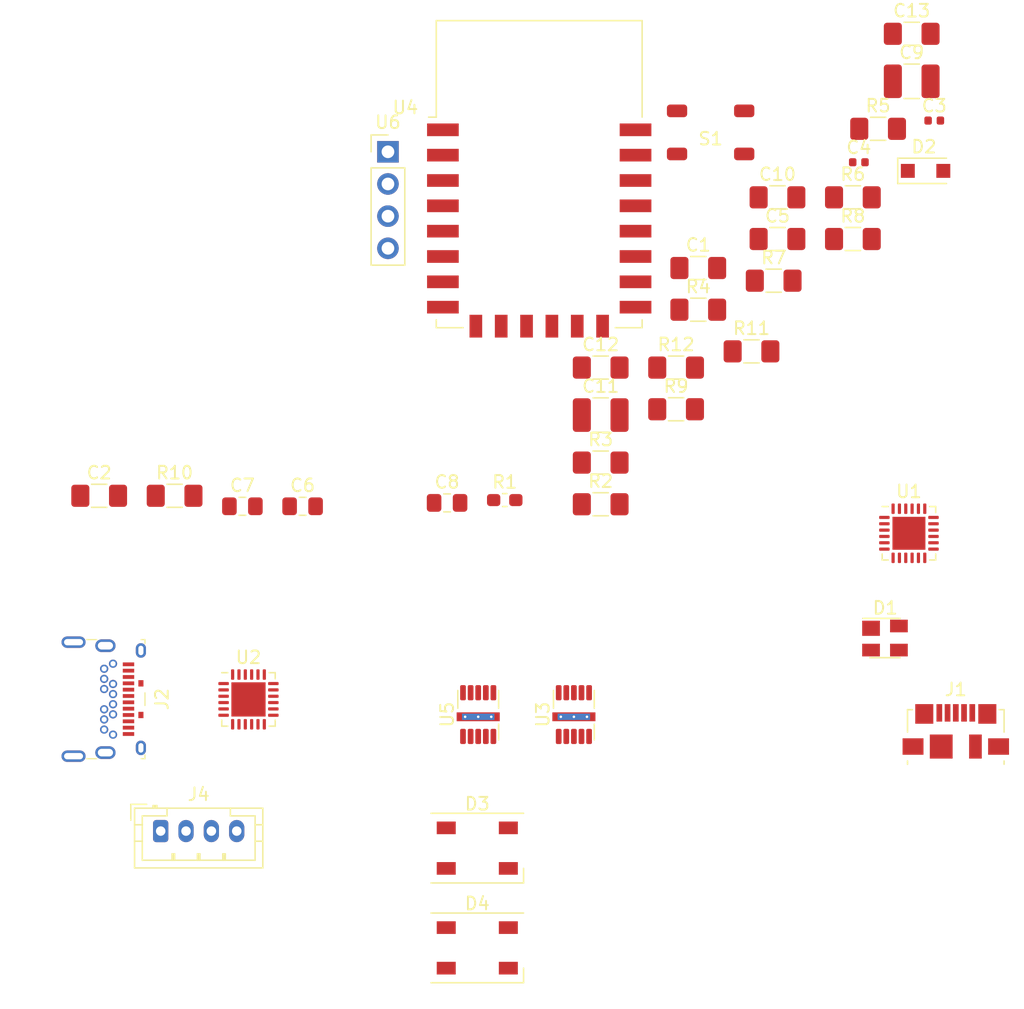
<source format=kicad_pcb>
(kicad_pcb (version 20171130) (host pcbnew 5.1.6)

  (general
    (thickness 1.6)
    (drawings 0)
    (tracks 0)
    (zones 0)
    (modules 39)
    (nets 30)
  )

  (page A4)
  (layers
    (0 F.Cu signal)
    (31 B.Cu signal)
    (32 B.Adhes user)
    (33 F.Adhes user)
    (34 B.Paste user)
    (35 F.Paste user)
    (36 B.SilkS user)
    (37 F.SilkS user)
    (38 B.Mask user)
    (39 F.Mask user)
    (40 Dwgs.User user)
    (41 Cmts.User user)
    (42 Eco1.User user)
    (43 Eco2.User user)
    (44 Edge.Cuts user)
    (45 Margin user)
    (46 B.CrtYd user)
    (47 F.CrtYd user)
    (48 B.Fab user)
    (49 F.Fab user)
  )

  (setup
    (last_trace_width 0.25)
    (trace_clearance 0.2)
    (zone_clearance 0.508)
    (zone_45_only no)
    (trace_min 0.2)
    (via_size 0.8)
    (via_drill 0.4)
    (via_min_size 0.4)
    (via_min_drill 0.3)
    (uvia_size 0.3)
    (uvia_drill 0.1)
    (uvias_allowed no)
    (uvia_min_size 0.2)
    (uvia_min_drill 0.1)
    (edge_width 0.05)
    (segment_width 0.2)
    (pcb_text_width 0.3)
    (pcb_text_size 1.5 1.5)
    (mod_edge_width 0.12)
    (mod_text_size 1 1)
    (mod_text_width 0.15)
    (pad_size 1.524 1.524)
    (pad_drill 0.762)
    (pad_to_mask_clearance 0.05)
    (aux_axis_origin 0 0)
    (visible_elements FFFFFF7F)
    (pcbplotparams
      (layerselection 0x010fc_ffffffff)
      (usegerberextensions false)
      (usegerberattributes true)
      (usegerberadvancedattributes true)
      (creategerberjobfile true)
      (excludeedgelayer true)
      (linewidth 0.100000)
      (plotframeref false)
      (viasonmask false)
      (mode 1)
      (useauxorigin false)
      (hpglpennumber 1)
      (hpglpenspeed 20)
      (hpglpendiameter 15.000000)
      (psnegative false)
      (psa4output false)
      (plotreference true)
      (plotvalue true)
      (plotinvisibletext false)
      (padsonsilk false)
      (subtractmaskfromsilk false)
      (outputformat 1)
      (mirror false)
      (drillshape 1)
      (scaleselection 1)
      (outputdirectory ""))
  )

  (net 0 "")
  (net 1 "Net-(C1-Pad2)")
  (net 2 GND)
  (net 3 "Net-(C2-Pad1)")
  (net 4 VBUS)
  (net 5 "Net-(C7-Pad2)")
  (net 6 "Net-(C8-Pad2)")
  (net 7 +3V3)
  (net 8 +5V)
  (net 9 "Net-(D1-Pad4)")
  (net 10 "Net-(D1-Pad3)")
  (net 11 "Net-(D1-Pad2)")
  (net 12 "Net-(D3-Pad4)")
  (net 13 "Net-(D3-Pad2)")
  (net 14 "Net-(J2-PadSH)")
  (net 15 "Net-(J2-PadB5)")
  (net 16 "Net-(J2-PadA5)")
  (net 17 "Net-(R3-Pad2)")
  (net 18 "Net-(R4-Pad1)")
  (net 19 "Net-(R5-Pad2)")
  (net 20 ALERT_PD)
  (net 21 "Net-(R8-Pad2)")
  (net 22 "Net-(R8-Pad1)")
  (net 23 ATTACH_PD)
  (net 24 SDA)
  (net 25 SCL)
  (net 26 "Net-(R12-Pad2)")
  (net 27 "Net-(U1-Pad21)")
  (net 28 "Net-(U1-Pad20)")
  (net 29 RST_PD)

  (net_class Default "This is the default net class."
    (clearance 0.2)
    (trace_width 0.25)
    (via_dia 0.8)
    (via_drill 0.4)
    (uvia_dia 0.3)
    (uvia_drill 0.1)
    (add_net +3V3)
    (add_net +5V)
    (add_net ALERT_PD)
    (add_net ATTACH_PD)
    (add_net GND)
    (add_net "Net-(C1-Pad2)")
    (add_net "Net-(C2-Pad1)")
    (add_net "Net-(C7-Pad2)")
    (add_net "Net-(C8-Pad2)")
    (add_net "Net-(D1-Pad2)")
    (add_net "Net-(D1-Pad3)")
    (add_net "Net-(D1-Pad4)")
    (add_net "Net-(D3-Pad2)")
    (add_net "Net-(D3-Pad4)")
    (add_net "Net-(J2-PadA5)")
    (add_net "Net-(J2-PadB5)")
    (add_net "Net-(J2-PadSH)")
    (add_net "Net-(R12-Pad2)")
    (add_net "Net-(R3-Pad2)")
    (add_net "Net-(R4-Pad1)")
    (add_net "Net-(R5-Pad2)")
    (add_net "Net-(R8-Pad1)")
    (add_net "Net-(R8-Pad2)")
    (add_net "Net-(U1-Pad20)")
    (add_net "Net-(U1-Pad21)")
    (add_net RST_PD)
    (add_net SCL)
    (add_net SDA)
    (add_net VBUS)
  )

  (module mylibrary:myI2CDisplay (layer F.Cu) (tedit 5F7628A9) (tstamp 5F76856F)
    (at 139.599 98.013)
    (descr "Through hole straight pin header, 1x04, 2.54mm pitch, single row")
    (tags "Through hole pin header THT 1x04 2.54mm single row")
    (path /5F780156)
    (fp_text reference U6 (at 0 -2.33) (layer F.SilkS)
      (effects (font (size 1 1) (thickness 0.15)))
    )
    (fp_text value myDisplay (at -7.62 3.556) (layer F.Fab)
      (effects (font (size 1 1) (thickness 0.15)))
    )
    (fp_line (start -25.2 18.4) (end 1.8 18.4) (layer F.CrtYd) (width 0.12))
    (fp_line (start -25.2 -10.4) (end 1.8 -10.4) (layer F.CrtYd) (width 0.12))
    (fp_line (start -25.2 18.4) (end -25.2 -10.4) (layer F.CrtYd) (width 0.12))
    (fp_line (start 1.8 18.4) (end 1.8 -10.4) (layer F.CrtYd) (width 0.12))
    (fp_line (start -0.635 -1.27) (end 1.27 -1.27) (layer F.Fab) (width 0.1))
    (fp_line (start 1.27 -1.27) (end 1.27 8.89) (layer F.Fab) (width 0.1))
    (fp_line (start 1.27 8.89) (end -1.27 8.89) (layer F.Fab) (width 0.1))
    (fp_line (start -1.27 8.89) (end -1.27 -0.635) (layer F.Fab) (width 0.1))
    (fp_line (start -1.27 -0.635) (end -0.635 -1.27) (layer F.Fab) (width 0.1))
    (fp_line (start -1.33 8.95) (end 1.33 8.95) (layer F.SilkS) (width 0.12))
    (fp_line (start -1.33 1.27) (end -1.33 8.95) (layer F.SilkS) (width 0.12))
    (fp_line (start 1.33 1.27) (end 1.33 8.95) (layer F.SilkS) (width 0.12))
    (fp_line (start -1.33 1.27) (end 1.33 1.27) (layer F.SilkS) (width 0.12))
    (fp_line (start -1.33 0) (end -1.33 -1.33) (layer F.SilkS) (width 0.12))
    (fp_line (start -1.33 -1.33) (end 0 -1.33) (layer F.SilkS) (width 0.12))
    (fp_line (start -1.8 -1.8) (end -1.8 9.4) (layer F.CrtYd) (width 0.05))
    (fp_line (start -1.8 9.4) (end 1.8 9.4) (layer F.CrtYd) (width 0.05))
    (fp_line (start 1.8 9.4) (end 1.8 -1.8) (layer F.CrtYd) (width 0.05))
    (fp_line (start 1.8 -1.8) (end -1.8 -1.8) (layer F.CrtYd) (width 0.05))
    (fp_text user %R (at 0 3.81 90) (layer F.Fab)
      (effects (font (size 1 1) (thickness 0.15)))
    )
    (pad 4 thru_hole oval (at 0 7.62) (size 1.7 1.7) (drill 1) (layers *.Cu *.Mask)
      (net 24 SDA))
    (pad 3 thru_hole oval (at 0 5.08) (size 1.7 1.7) (drill 1) (layers *.Cu *.Mask)
      (net 25 SCL))
    (pad 2 thru_hole oval (at 0 2.54) (size 1.7 1.7) (drill 1) (layers *.Cu *.Mask)
      (net 2 GND))
    (pad 1 thru_hole rect (at 0 0) (size 1.7 1.7) (drill 1) (layers *.Cu *.Mask)
      (net 7 +3V3))
    (model ${KISYS3DMOD}/Connector_PinHeader_2.54mm.3dshapes/PinHeader_1x04_P2.54mm_Vertical.wrl
      (at (xyz 0 0 0))
      (scale (xyz 1 1 1))
      (rotate (xyz 0 0 0))
    )
  )

  (module mylibrary:Texas_SIL0010A_MicroSiP-10-1EP_3.8x3mm_P0.6mm_EP0.7x2.9mm_ThermalVias_extended (layer F.Cu) (tedit 5F611E3E) (tstamp 5F768DEB)
    (at 146.72 142.441 90)
    (descr "Texas SIL0010A MicroSiP, 10 Pin (http://www.ti.com/lit/ml/mpds579b/mpds579b.pdf), generated with kicad-footprint-generator ipc_noLead_generator.py")
    (tags "Texas MicroSiP NoLead")
    (path /5F534A2D)
    (attr smd)
    (fp_text reference U5 (at 0 -2.45 90) (layer F.SilkS)
      (effects (font (size 1 1) (thickness 0.15)))
    )
    (fp_text value LMZM23601V5 (at 0 2.45 90) (layer F.Fab)
      (effects (font (size 1 1) (thickness 0.15)))
    )
    (fp_line (start 0.5 1.61) (end 1.9 1.61) (layer F.SilkS) (width 0.12))
    (fp_line (start 0.5 -1.61) (end 1.9 -1.61) (layer F.SilkS) (width 0.12))
    (fp_line (start -2 1.61) (end -0.762 1.61) (layer F.SilkS) (width 0.12))
    (fp_line (start -1.15 -1.5) (end 1.9 -1.5) (layer F.Fab) (width 0.1))
    (fp_line (start 1.9 -1.5) (end 1.9 1.5) (layer F.Fab) (width 0.1))
    (fp_line (start 1.9 1.5) (end -1.9 1.5) (layer F.Fab) (width 0.1))
    (fp_line (start -1.9 1.5) (end -1.9 -0.75) (layer F.Fab) (width 0.1))
    (fp_line (start -1.9 -0.75) (end -1.15 -1.5) (layer F.Fab) (width 0.1))
    (fp_line (start -2.17 -1.75) (end -2.17 1.75) (layer F.CrtYd) (width 0.05))
    (fp_line (start -2.17 1.75) (end 2.17 1.75) (layer F.CrtYd) (width 0.05))
    (fp_line (start 2.17 1.75) (end 2.17 -1.75) (layer F.CrtYd) (width 0.05))
    (fp_line (start 2.17 -1.75) (end -2.17 -1.75) (layer F.CrtYd) (width 0.05))
    (fp_text user %R (at 0 0 90) (layer F.Fab)
      (effects (font (size 0.95 0.95) (thickness 0.14)))
    )
    (pad "" smd roundrect (at -0.175 0.97 90) (size 0.65 0.9) (layers F.Paste) (roundrect_rratio 0.25))
    (pad "" smd roundrect (at -0.175 0 90) (size 0.65 0.9) (layers F.Paste) (roundrect_rratio 0.25))
    (pad "" smd roundrect (at -0.175 -0.97 90) (size 0.65 0.9) (layers F.Paste) (roundrect_rratio 0.25))
    (pad 11 smd rect (at -0.175 0 90) (size 0.5 2.56) (layers B.Cu)
      (net 2 GND))
    (pad 11 thru_hole circle (at -0.175 1.03 90) (size 0.5 0.5) (drill 0.2) (layers *.Cu)
      (net 2 GND))
    (pad 11 thru_hole circle (at -0.175 0 90) (size 0.5 0.5) (drill 0.2) (layers *.Cu)
      (net 2 GND))
    (pad 11 thru_hole circle (at -0.175 -1.03 90) (size 0.5 0.5) (drill 0.2) (layers *.Cu)
      (net 2 GND))
    (pad 11 smd rect (at -0.175 0 90) (size 0.7 3.4) (layers F.Cu F.Mask)
      (net 2 GND))
    (pad 10 smd roundrect (at 1.725 -1.2 90) (size 1.2 0.45) (layers F.Cu F.Paste F.Mask) (roundrect_rratio 0.25))
    (pad 9 smd roundrect (at 1.725 -0.6 90) (size 1.2 0.45) (layers F.Cu F.Paste F.Mask) (roundrect_rratio 0.25))
    (pad 8 smd roundrect (at 1.725 0 90) (size 1.2 0.45) (layers F.Cu F.Paste F.Mask) (roundrect_rratio 0.25))
    (pad 7 smd roundrect (at 1.725 0.6 90) (size 1.2 0.45) (layers F.Cu F.Paste F.Mask) (roundrect_rratio 0.25)
      (net 8 +5V))
    (pad 6 smd roundrect (at 1.725 1.2 90) (size 1.2 0.45) (layers F.Cu F.Paste F.Mask) (roundrect_rratio 0.25)
      (net 8 +5V))
    (pad 5 smd roundrect (at -1.725 1.2 90) (size 1.2 0.45) (layers F.Cu F.Paste F.Mask) (roundrect_rratio 0.25))
    (pad 4 smd roundrect (at -1.725 0.6 90) (size 1.2 0.45) (layers F.Cu F.Paste F.Mask) (roundrect_rratio 0.25)
      (net 4 VBUS))
    (pad 3 smd roundrect (at -1.725 0 90) (size 1.2 0.45) (layers F.Cu F.Paste F.Mask) (roundrect_rratio 0.25)
      (net 4 VBUS))
    (pad 2 smd roundrect (at -1.725 -0.6 90) (size 1.2 0.45) (layers F.Cu F.Paste F.Mask) (roundrect_rratio 0.25)
      (net 2 GND))
    (pad 1 smd roundrect (at -1.725 -1.2 90) (size 1.2 0.45) (layers F.Cu F.Paste F.Mask) (roundrect_rratio 0.25)
      (net 2 GND))
    (model ${KISYS3DMOD}/Package_LGA.3dshapes/Texas_SIL0010A_MicroSiP-10-1EP_3.8x3mm_P0.6mm_EP0.7x2.9mm.wrl
      (at (xyz 0 0 0))
      (scale (xyz 1 1 1))
      (rotate (xyz 0 0 0))
    )
  )

  (module RF_Module:ESP-12E (layer F.Cu) (tedit 5A030172) (tstamp 5F768530)
    (at 151.534 99.778)
    (descr "Wi-Fi Module, http://wiki.ai-thinker.com/_media/esp8266/docs/aithinker_esp_12f_datasheet_en.pdf")
    (tags "Wi-Fi Module")
    (path /5F532CDC)
    (attr smd)
    (fp_text reference U4 (at -10.56 -5.26) (layer F.SilkS)
      (effects (font (size 1 1) (thickness 0.15)))
    )
    (fp_text value ESP-12E (at -0.06 -12.78) (layer F.Fab)
      (effects (font (size 1 1) (thickness 0.15)))
    )
    (fp_line (start 5.56 -4.8) (end 8.12 -7.36) (layer Dwgs.User) (width 0.12))
    (fp_line (start 2.56 -4.8) (end 8.12 -10.36) (layer Dwgs.User) (width 0.12))
    (fp_line (start -0.44 -4.8) (end 6.88 -12.12) (layer Dwgs.User) (width 0.12))
    (fp_line (start -3.44 -4.8) (end 3.88 -12.12) (layer Dwgs.User) (width 0.12))
    (fp_line (start -6.44 -4.8) (end 0.88 -12.12) (layer Dwgs.User) (width 0.12))
    (fp_line (start -8.12 -6.12) (end -2.12 -12.12) (layer Dwgs.User) (width 0.12))
    (fp_line (start -8.12 -9.12) (end -5.12 -12.12) (layer Dwgs.User) (width 0.12))
    (fp_line (start -8.12 -4.8) (end -8.12 -12.12) (layer Dwgs.User) (width 0.12))
    (fp_line (start 8.12 -4.8) (end -8.12 -4.8) (layer Dwgs.User) (width 0.12))
    (fp_line (start 8.12 -12.12) (end 8.12 -4.8) (layer Dwgs.User) (width 0.12))
    (fp_line (start -8.12 -12.12) (end 8.12 -12.12) (layer Dwgs.User) (width 0.12))
    (fp_line (start -8.12 -4.5) (end -8.73 -4.5) (layer F.SilkS) (width 0.12))
    (fp_line (start -8.12 -4.5) (end -8.12 -12.12) (layer F.SilkS) (width 0.12))
    (fp_line (start -8.12 12.12) (end -8.12 11.5) (layer F.SilkS) (width 0.12))
    (fp_line (start -6 12.12) (end -8.12 12.12) (layer F.SilkS) (width 0.12))
    (fp_line (start 8.12 12.12) (end 6 12.12) (layer F.SilkS) (width 0.12))
    (fp_line (start 8.12 11.5) (end 8.12 12.12) (layer F.SilkS) (width 0.12))
    (fp_line (start 8.12 -12.12) (end 8.12 -4.5) (layer F.SilkS) (width 0.12))
    (fp_line (start -8.12 -12.12) (end 8.12 -12.12) (layer F.SilkS) (width 0.12))
    (fp_line (start -9.05 13.1) (end -9.05 -12.2) (layer F.CrtYd) (width 0.05))
    (fp_line (start 9.05 13.1) (end -9.05 13.1) (layer F.CrtYd) (width 0.05))
    (fp_line (start 9.05 -12.2) (end 9.05 13.1) (layer F.CrtYd) (width 0.05))
    (fp_line (start -9.05 -12.2) (end 9.05 -12.2) (layer F.CrtYd) (width 0.05))
    (fp_line (start -8 -4) (end -8 -12) (layer F.Fab) (width 0.12))
    (fp_line (start -7.5 -3.5) (end -8 -4) (layer F.Fab) (width 0.12))
    (fp_line (start -8 -3) (end -7.5 -3.5) (layer F.Fab) (width 0.12))
    (fp_line (start -8 12) (end -8 -3) (layer F.Fab) (width 0.12))
    (fp_line (start 8 12) (end -8 12) (layer F.Fab) (width 0.12))
    (fp_line (start 8 -12) (end 8 12) (layer F.Fab) (width 0.12))
    (fp_line (start -8 -12) (end 8 -12) (layer F.Fab) (width 0.12))
    (fp_text user %R (at 0.49 -0.8) (layer F.Fab)
      (effects (font (size 1 1) (thickness 0.15)))
    )
    (fp_text user "KEEP-OUT ZONE" (at 0.03 -9.55 180) (layer Cmts.User)
      (effects (font (size 1 1) (thickness 0.15)))
    )
    (fp_text user Antenna (at -0.06 -7 180) (layer Cmts.User)
      (effects (font (size 1 1) (thickness 0.15)))
    )
    (pad 22 smd rect (at 7.6 -3.5) (size 2.5 1) (layers F.Cu F.Paste F.Mask)
      (net 28 "Net-(U1-Pad20)"))
    (pad 21 smd rect (at 7.6 -1.5) (size 2.5 1) (layers F.Cu F.Paste F.Mask)
      (net 27 "Net-(U1-Pad21)"))
    (pad 20 smd rect (at 7.6 0.5) (size 2.5 1) (layers F.Cu F.Paste F.Mask)
      (net 25 SCL))
    (pad 19 smd rect (at 7.6 2.5) (size 2.5 1) (layers F.Cu F.Paste F.Mask)
      (net 24 SDA))
    (pad 18 smd rect (at 7.6 4.5) (size 2.5 1) (layers F.Cu F.Paste F.Mask)
      (net 26 "Net-(R12-Pad2)"))
    (pad 17 smd rect (at 7.6 6.5) (size 2.5 1) (layers F.Cu F.Paste F.Mask))
    (pad 16 smd rect (at 7.6 8.5) (size 2.5 1) (layers F.Cu F.Paste F.Mask)
      (net 2 GND))
    (pad 15 smd rect (at 7.6 10.5) (size 2.5 1) (layers F.Cu F.Paste F.Mask)
      (net 2 GND))
    (pad 14 smd rect (at 5 12) (size 1 1.8) (layers F.Cu F.Paste F.Mask))
    (pad 13 smd rect (at 3 12) (size 1 1.8) (layers F.Cu F.Paste F.Mask))
    (pad 12 smd rect (at 1 12) (size 1 1.8) (layers F.Cu F.Paste F.Mask))
    (pad 11 smd rect (at -1 12) (size 1 1.8) (layers F.Cu F.Paste F.Mask))
    (pad 10 smd rect (at -3 12) (size 1 1.8) (layers F.Cu F.Paste F.Mask))
    (pad 9 smd rect (at -5 12) (size 1 1.8) (layers F.Cu F.Paste F.Mask))
    (pad 8 smd rect (at -7.6 10.5) (size 2.5 1) (layers F.Cu F.Paste F.Mask)
      (net 7 +3V3))
    (pad 7 smd rect (at -7.6 8.5) (size 2.5 1) (layers F.Cu F.Paste F.Mask)
      (net 23 ATTACH_PD))
    (pad 6 smd rect (at -7.6 6.5) (size 2.5 1) (layers F.Cu F.Paste F.Mask)
      (net 20 ALERT_PD))
    (pad 5 smd rect (at -7.6 4.5) (size 2.5 1) (layers F.Cu F.Paste F.Mask)
      (net 13 "Net-(D3-Pad2)"))
    (pad 4 smd rect (at -7.6 2.5) (size 2.5 1) (layers F.Cu F.Paste F.Mask)
      (net 29 RST_PD))
    (pad 3 smd rect (at -7.6 0.5) (size 2.5 1) (layers F.Cu F.Paste F.Mask)
      (net 22 "Net-(R8-Pad1)"))
    (pad 2 smd rect (at -7.6 -1.5) (size 2.5 1) (layers F.Cu F.Paste F.Mask)
      (net 19 "Net-(R5-Pad2)"))
    (pad 1 smd rect (at -7.6 -3.5) (size 2.5 1) (layers F.Cu F.Paste F.Mask))
    (model ${KISYS3DMOD}/RF_Module.3dshapes/ESP-12E.wrl
      (at (xyz 0 0 0))
      (scale (xyz 1 1 1))
      (rotate (xyz 0 0 0))
    )
  )

  (module mylibrary:Texas_SIL0010A_MicroSiP-10-1EP_3.8x3mm_P0.6mm_EP0.7x2.9mm_ThermalVias_extended (layer F.Cu) (tedit 5F611E3E) (tstamp 5F7684F5)
    (at 154.27 142.441 90)
    (descr "Texas SIL0010A MicroSiP, 10 Pin (http://www.ti.com/lit/ml/mpds579b/mpds579b.pdf), generated with kicad-footprint-generator ipc_noLead_generator.py")
    (tags "Texas MicroSiP NoLead")
    (path /5F5343DF)
    (attr smd)
    (fp_text reference U3 (at 0 -2.45 90) (layer F.SilkS)
      (effects (font (size 1 1) (thickness 0.15)))
    )
    (fp_text value LMZM23601V3 (at 0 2.45 90) (layer F.Fab)
      (effects (font (size 1 1) (thickness 0.15)))
    )
    (fp_line (start 0.5 1.61) (end 1.9 1.61) (layer F.SilkS) (width 0.12))
    (fp_line (start 0.5 -1.61) (end 1.9 -1.61) (layer F.SilkS) (width 0.12))
    (fp_line (start -2 1.61) (end -0.762 1.61) (layer F.SilkS) (width 0.12))
    (fp_line (start -1.15 -1.5) (end 1.9 -1.5) (layer F.Fab) (width 0.1))
    (fp_line (start 1.9 -1.5) (end 1.9 1.5) (layer F.Fab) (width 0.1))
    (fp_line (start 1.9 1.5) (end -1.9 1.5) (layer F.Fab) (width 0.1))
    (fp_line (start -1.9 1.5) (end -1.9 -0.75) (layer F.Fab) (width 0.1))
    (fp_line (start -1.9 -0.75) (end -1.15 -1.5) (layer F.Fab) (width 0.1))
    (fp_line (start -2.17 -1.75) (end -2.17 1.75) (layer F.CrtYd) (width 0.05))
    (fp_line (start -2.17 1.75) (end 2.17 1.75) (layer F.CrtYd) (width 0.05))
    (fp_line (start 2.17 1.75) (end 2.17 -1.75) (layer F.CrtYd) (width 0.05))
    (fp_line (start 2.17 -1.75) (end -2.17 -1.75) (layer F.CrtYd) (width 0.05))
    (fp_text user %R (at 0 0 90) (layer F.Fab)
      (effects (font (size 0.95 0.95) (thickness 0.14)))
    )
    (pad "" smd roundrect (at -0.175 0.97 90) (size 0.65 0.9) (layers F.Paste) (roundrect_rratio 0.25))
    (pad "" smd roundrect (at -0.175 0 90) (size 0.65 0.9) (layers F.Paste) (roundrect_rratio 0.25))
    (pad "" smd roundrect (at -0.175 -0.97 90) (size 0.65 0.9) (layers F.Paste) (roundrect_rratio 0.25))
    (pad 11 smd rect (at -0.175 0 90) (size 0.5 2.56) (layers B.Cu)
      (net 2 GND))
    (pad 11 thru_hole circle (at -0.175 1.03 90) (size 0.5 0.5) (drill 0.2) (layers *.Cu)
      (net 2 GND))
    (pad 11 thru_hole circle (at -0.175 0 90) (size 0.5 0.5) (drill 0.2) (layers *.Cu)
      (net 2 GND))
    (pad 11 thru_hole circle (at -0.175 -1.03 90) (size 0.5 0.5) (drill 0.2) (layers *.Cu)
      (net 2 GND))
    (pad 11 smd rect (at -0.175 0 90) (size 0.7 3.4) (layers F.Cu F.Mask)
      (net 2 GND))
    (pad 10 smd roundrect (at 1.725 -1.2 90) (size 1.2 0.45) (layers F.Cu F.Paste F.Mask) (roundrect_rratio 0.25))
    (pad 9 smd roundrect (at 1.725 -0.6 90) (size 1.2 0.45) (layers F.Cu F.Paste F.Mask) (roundrect_rratio 0.25))
    (pad 8 smd roundrect (at 1.725 0 90) (size 1.2 0.45) (layers F.Cu F.Paste F.Mask) (roundrect_rratio 0.25))
    (pad 7 smd roundrect (at 1.725 0.6 90) (size 1.2 0.45) (layers F.Cu F.Paste F.Mask) (roundrect_rratio 0.25)
      (net 7 +3V3))
    (pad 6 smd roundrect (at 1.725 1.2 90) (size 1.2 0.45) (layers F.Cu F.Paste F.Mask) (roundrect_rratio 0.25)
      (net 7 +3V3))
    (pad 5 smd roundrect (at -1.725 1.2 90) (size 1.2 0.45) (layers F.Cu F.Paste F.Mask) (roundrect_rratio 0.25)
      (net 21 "Net-(R8-Pad2)"))
    (pad 4 smd roundrect (at -1.725 0.6 90) (size 1.2 0.45) (layers F.Cu F.Paste F.Mask) (roundrect_rratio 0.25)
      (net 4 VBUS))
    (pad 3 smd roundrect (at -1.725 0 90) (size 1.2 0.45) (layers F.Cu F.Paste F.Mask) (roundrect_rratio 0.25)
      (net 4 VBUS))
    (pad 2 smd roundrect (at -1.725 -0.6 90) (size 1.2 0.45) (layers F.Cu F.Paste F.Mask) (roundrect_rratio 0.25)
      (net 2 GND))
    (pad 1 smd roundrect (at -1.725 -1.2 90) (size 1.2 0.45) (layers F.Cu F.Paste F.Mask) (roundrect_rratio 0.25)
      (net 2 GND))
    (model ${KISYS3DMOD}/Package_LGA.3dshapes/Texas_SIL0010A_MicroSiP-10-1EP_3.8x3mm_P0.6mm_EP0.7x2.9mm.wrl
      (at (xyz 0 0 0))
      (scale (xyz 1 1 1))
      (rotate (xyz 0 0 0))
    )
  )

  (module Package_DFN_QFN:QFN-24-1EP_4x4mm_P0.5mm_EP2.7x2.7mm (layer F.Cu) (tedit 5DC5F6A3) (tstamp 5F7684D2)
    (at 128.5935 141.244)
    (descr "QFN, 24 Pin (http://www.alfarzpp.lv/eng/sc/AS3330.pdf), generated with kicad-footprint-generator ipc_noLead_generator.py")
    (tags "QFN NoLead")
    (path /5F58004A)
    (attr smd)
    (fp_text reference U2 (at 0 -3.32) (layer F.SilkS)
      (effects (font (size 1 1) (thickness 0.15)))
    )
    (fp_text value STUSB4500QTR (at 0 3.32) (layer F.Fab)
      (effects (font (size 1 1) (thickness 0.15)))
    )
    (fp_line (start 2.62 -2.62) (end -2.62 -2.62) (layer F.CrtYd) (width 0.05))
    (fp_line (start 2.62 2.62) (end 2.62 -2.62) (layer F.CrtYd) (width 0.05))
    (fp_line (start -2.62 2.62) (end 2.62 2.62) (layer F.CrtYd) (width 0.05))
    (fp_line (start -2.62 -2.62) (end -2.62 2.62) (layer F.CrtYd) (width 0.05))
    (fp_line (start -2 -1) (end -1 -2) (layer F.Fab) (width 0.1))
    (fp_line (start -2 2) (end -2 -1) (layer F.Fab) (width 0.1))
    (fp_line (start 2 2) (end -2 2) (layer F.Fab) (width 0.1))
    (fp_line (start 2 -2) (end 2 2) (layer F.Fab) (width 0.1))
    (fp_line (start -1 -2) (end 2 -2) (layer F.Fab) (width 0.1))
    (fp_line (start -1.635 -2.11) (end -2.11 -2.11) (layer F.SilkS) (width 0.12))
    (fp_line (start 2.11 2.11) (end 2.11 1.635) (layer F.SilkS) (width 0.12))
    (fp_line (start 1.635 2.11) (end 2.11 2.11) (layer F.SilkS) (width 0.12))
    (fp_line (start -2.11 2.11) (end -2.11 1.635) (layer F.SilkS) (width 0.12))
    (fp_line (start -1.635 2.11) (end -2.11 2.11) (layer F.SilkS) (width 0.12))
    (fp_line (start 2.11 -2.11) (end 2.11 -1.635) (layer F.SilkS) (width 0.12))
    (fp_line (start 1.635 -2.11) (end 2.11 -2.11) (layer F.SilkS) (width 0.12))
    (fp_text user %R (at 0 0) (layer F.Fab)
      (effects (font (size 1 1) (thickness 0.15)))
    )
    (pad "" smd roundrect (at 0.675 0.675) (size 1.09 1.09) (layers F.Paste) (roundrect_rratio 0.229358))
    (pad "" smd roundrect (at 0.675 -0.675) (size 1.09 1.09) (layers F.Paste) (roundrect_rratio 0.229358))
    (pad "" smd roundrect (at -0.675 0.675) (size 1.09 1.09) (layers F.Paste) (roundrect_rratio 0.229358))
    (pad "" smd roundrect (at -0.675 -0.675) (size 1.09 1.09) (layers F.Paste) (roundrect_rratio 0.229358))
    (pad 25 smd rect (at 0 0) (size 2.7 2.7) (layers F.Cu F.Mask)
      (net 2 GND))
    (pad 24 smd roundrect (at -1.25 -1.9625) (size 0.25 0.825) (layers F.Cu F.Paste F.Mask) (roundrect_rratio 0.25)
      (net 4 VBUS))
    (pad 23 smd roundrect (at -0.75 -1.9625) (size 0.25 0.825) (layers F.Cu F.Paste F.Mask) (roundrect_rratio 0.25)
      (net 5 "Net-(C7-Pad2)"))
    (pad 22 smd roundrect (at -0.25 -1.9625) (size 0.25 0.825) (layers F.Cu F.Paste F.Mask) (roundrect_rratio 0.25)
      (net 2 GND))
    (pad 21 smd roundrect (at 0.25 -1.9625) (size 0.25 0.825) (layers F.Cu F.Paste F.Mask) (roundrect_rratio 0.25)
      (net 6 "Net-(C8-Pad2)"))
    (pad 20 smd roundrect (at 0.75 -1.9625) (size 0.25 0.825) (layers F.Cu F.Paste F.Mask) (roundrect_rratio 0.25))
    (pad 19 smd roundrect (at 1.25 -1.9625) (size 0.25 0.825) (layers F.Cu F.Paste F.Mask) (roundrect_rratio 0.25)
      (net 20 ALERT_PD))
    (pad 18 smd roundrect (at 1.9625 -1.25) (size 0.825 0.25) (layers F.Cu F.Paste F.Mask) (roundrect_rratio 0.25)
      (net 18 "Net-(R4-Pad1)"))
    (pad 17 smd roundrect (at 1.9625 -0.75) (size 0.825 0.25) (layers F.Cu F.Paste F.Mask) (roundrect_rratio 0.25))
    (pad 16 smd roundrect (at 1.9625 -0.25) (size 0.825 0.25) (layers F.Cu F.Paste F.Mask) (roundrect_rratio 0.25))
    (pad 15 smd roundrect (at 1.9625 0.25) (size 0.825 0.25) (layers F.Cu F.Paste F.Mask) (roundrect_rratio 0.25))
    (pad 14 smd roundrect (at 1.9625 0.75) (size 0.825 0.25) (layers F.Cu F.Paste F.Mask) (roundrect_rratio 0.25))
    (pad 13 smd roundrect (at 1.9625 1.25) (size 0.825 0.25) (layers F.Cu F.Paste F.Mask) (roundrect_rratio 0.25)
      (net 2 GND))
    (pad 12 smd roundrect (at 1.25 1.9625) (size 0.25 0.825) (layers F.Cu F.Paste F.Mask) (roundrect_rratio 0.25)
      (net 2 GND))
    (pad 11 smd roundrect (at 0.75 1.9625) (size 0.25 0.825) (layers F.Cu F.Paste F.Mask) (roundrect_rratio 0.25)
      (net 23 ATTACH_PD))
    (pad 10 smd roundrect (at 0.25 1.9625) (size 0.25 0.825) (layers F.Cu F.Paste F.Mask) (roundrect_rratio 0.25)
      (net 2 GND))
    (pad 9 smd roundrect (at -0.25 1.9625) (size 0.25 0.825) (layers F.Cu F.Paste F.Mask) (roundrect_rratio 0.25))
    (pad 8 smd roundrect (at -0.75 1.9625) (size 0.25 0.825) (layers F.Cu F.Paste F.Mask) (roundrect_rratio 0.25)
      (net 24 SDA))
    (pad 7 smd roundrect (at -1.25 1.9625) (size 0.25 0.825) (layers F.Cu F.Paste F.Mask) (roundrect_rratio 0.25)
      (net 25 SCL))
    (pad 6 smd roundrect (at -1.9625 1.25) (size 0.825 0.25) (layers F.Cu F.Paste F.Mask) (roundrect_rratio 0.25)
      (net 29 RST_PD))
    (pad 5 smd roundrect (at -1.9625 0.75) (size 0.825 0.25) (layers F.Cu F.Paste F.Mask) (roundrect_rratio 0.25)
      (net 15 "Net-(J2-PadB5)"))
    (pad 4 smd roundrect (at -1.9625 0.25) (size 0.825 0.25) (layers F.Cu F.Paste F.Mask) (roundrect_rratio 0.25)
      (net 15 "Net-(J2-PadB5)"))
    (pad 3 smd roundrect (at -1.9625 -0.25) (size 0.825 0.25) (layers F.Cu F.Paste F.Mask) (roundrect_rratio 0.25))
    (pad 2 smd roundrect (at -1.9625 -0.75) (size 0.825 0.25) (layers F.Cu F.Paste F.Mask) (roundrect_rratio 0.25)
      (net 16 "Net-(J2-PadA5)"))
    (pad 1 smd roundrect (at -1.9625 -1.25) (size 0.825 0.25) (layers F.Cu F.Paste F.Mask) (roundrect_rratio 0.25)
      (net 16 "Net-(J2-PadA5)"))
    (model ${KISYS3DMOD}/Package_DFN_QFN.3dshapes/QFN-24-1EP_4x4mm_P0.5mm_EP2.7x2.7mm.wrl
      (at (xyz 0 0 0))
      (scale (xyz 1 1 1))
      (rotate (xyz 0 0 0))
    )
  )

  (module Package_DFN_QFN:QFN-24-1EP_4x4mm_P0.5mm_EP2.6x2.6mm (layer F.Cu) (tedit 5DC5F6A3) (tstamp 5F768B01)
    (at 180.706 128.128)
    (descr "QFN, 24 Pin (http://ww1.microchip.com/downloads/en/PackagingSpec/00000049BQ.pdf#page=278), generated with kicad-footprint-generator ipc_noLead_generator.py")
    (tags "QFN NoLead")
    (path /5F535A7D)
    (attr smd)
    (fp_text reference U1 (at 0 -3.3) (layer F.SilkS)
      (effects (font (size 1 1) (thickness 0.15)))
    )
    (fp_text value CP2102N-A01-GQFN24 (at 0 3.3) (layer F.Fab)
      (effects (font (size 1 1) (thickness 0.15)))
    )
    (fp_line (start 2.6 -2.6) (end -2.6 -2.6) (layer F.CrtYd) (width 0.05))
    (fp_line (start 2.6 2.6) (end 2.6 -2.6) (layer F.CrtYd) (width 0.05))
    (fp_line (start -2.6 2.6) (end 2.6 2.6) (layer F.CrtYd) (width 0.05))
    (fp_line (start -2.6 -2.6) (end -2.6 2.6) (layer F.CrtYd) (width 0.05))
    (fp_line (start -2 -1) (end -1 -2) (layer F.Fab) (width 0.1))
    (fp_line (start -2 2) (end -2 -1) (layer F.Fab) (width 0.1))
    (fp_line (start 2 2) (end -2 2) (layer F.Fab) (width 0.1))
    (fp_line (start 2 -2) (end 2 2) (layer F.Fab) (width 0.1))
    (fp_line (start -1 -2) (end 2 -2) (layer F.Fab) (width 0.1))
    (fp_line (start -1.635 -2.11) (end -2.11 -2.11) (layer F.SilkS) (width 0.12))
    (fp_line (start 2.11 2.11) (end 2.11 1.635) (layer F.SilkS) (width 0.12))
    (fp_line (start 1.635 2.11) (end 2.11 2.11) (layer F.SilkS) (width 0.12))
    (fp_line (start -2.11 2.11) (end -2.11 1.635) (layer F.SilkS) (width 0.12))
    (fp_line (start -1.635 2.11) (end -2.11 2.11) (layer F.SilkS) (width 0.12))
    (fp_line (start 2.11 -2.11) (end 2.11 -1.635) (layer F.SilkS) (width 0.12))
    (fp_line (start 1.635 -2.11) (end 2.11 -2.11) (layer F.SilkS) (width 0.12))
    (fp_text user %R (at 0 0) (layer F.Fab)
      (effects (font (size 1 1) (thickness 0.15)))
    )
    (pad "" smd roundrect (at 0.65 0.65) (size 1.05 1.05) (layers F.Paste) (roundrect_rratio 0.238095))
    (pad "" smd roundrect (at 0.65 -0.65) (size 1.05 1.05) (layers F.Paste) (roundrect_rratio 0.238095))
    (pad "" smd roundrect (at -0.65 0.65) (size 1.05 1.05) (layers F.Paste) (roundrect_rratio 0.238095))
    (pad "" smd roundrect (at -0.65 -0.65) (size 1.05 1.05) (layers F.Paste) (roundrect_rratio 0.238095))
    (pad 25 smd rect (at 0 0) (size 2.6 2.6) (layers F.Cu F.Mask)
      (net 2 GND))
    (pad 24 smd roundrect (at -1.25 -1.9375) (size 0.25 0.825) (layers F.Cu F.Paste F.Mask) (roundrect_rratio 0.25))
    (pad 23 smd roundrect (at -0.75 -1.9375) (size 0.25 0.825) (layers F.Cu F.Paste F.Mask) (roundrect_rratio 0.25))
    (pad 22 smd roundrect (at -0.25 -1.9375) (size 0.25 0.825) (layers F.Cu F.Paste F.Mask) (roundrect_rratio 0.25))
    (pad 21 smd roundrect (at 0.25 -1.9375) (size 0.25 0.825) (layers F.Cu F.Paste F.Mask) (roundrect_rratio 0.25)
      (net 27 "Net-(U1-Pad21)"))
    (pad 20 smd roundrect (at 0.75 -1.9375) (size 0.25 0.825) (layers F.Cu F.Paste F.Mask) (roundrect_rratio 0.25)
      (net 28 "Net-(U1-Pad20)"))
    (pad 19 smd roundrect (at 1.25 -1.9375) (size 0.25 0.825) (layers F.Cu F.Paste F.Mask) (roundrect_rratio 0.25))
    (pad 18 smd roundrect (at 1.9375 -1.25) (size 0.825 0.25) (layers F.Cu F.Paste F.Mask) (roundrect_rratio 0.25))
    (pad 17 smd roundrect (at 1.9375 -0.75) (size 0.825 0.25) (layers F.Cu F.Paste F.Mask) (roundrect_rratio 0.25))
    (pad 16 smd roundrect (at 1.9375 -0.25) (size 0.825 0.25) (layers F.Cu F.Paste F.Mask) (roundrect_rratio 0.25))
    (pad 15 smd roundrect (at 1.9375 0.25) (size 0.825 0.25) (layers F.Cu F.Paste F.Mask) (roundrect_rratio 0.25))
    (pad 14 smd roundrect (at 1.9375 0.75) (size 0.825 0.25) (layers F.Cu F.Paste F.Mask) (roundrect_rratio 0.25))
    (pad 13 smd roundrect (at 1.9375 1.25) (size 0.825 0.25) (layers F.Cu F.Paste F.Mask) (roundrect_rratio 0.25))
    (pad 12 smd roundrect (at 1.25 1.9375) (size 0.25 0.825) (layers F.Cu F.Paste F.Mask) (roundrect_rratio 0.25))
    (pad 11 smd roundrect (at 0.75 1.9375) (size 0.25 0.825) (layers F.Cu F.Paste F.Mask) (roundrect_rratio 0.25))
    (pad 10 smd roundrect (at 0.25 1.9375) (size 0.25 0.825) (layers F.Cu F.Paste F.Mask) (roundrect_rratio 0.25))
    (pad 9 smd roundrect (at -0.25 1.9375) (size 0.25 0.825) (layers F.Cu F.Paste F.Mask) (roundrect_rratio 0.25)
      (net 17 "Net-(R3-Pad2)"))
    (pad 8 smd roundrect (at -0.75 1.9375) (size 0.25 0.825) (layers F.Cu F.Paste F.Mask) (roundrect_rratio 0.25)
      (net 9 "Net-(D1-Pad4)"))
    (pad 7 smd roundrect (at -1.25 1.9375) (size 0.25 0.825) (layers F.Cu F.Paste F.Mask) (roundrect_rratio 0.25)
      (net 1 "Net-(C1-Pad2)"))
    (pad 6 smd roundrect (at -1.9375 1.25) (size 0.825 0.25) (layers F.Cu F.Paste F.Mask) (roundrect_rratio 0.25)
      (net 3 "Net-(C2-Pad1)"))
    (pad 5 smd roundrect (at -1.9375 0.75) (size 0.825 0.25) (layers F.Cu F.Paste F.Mask) (roundrect_rratio 0.25)
      (net 3 "Net-(C2-Pad1)"))
    (pad 4 smd roundrect (at -1.9375 0.25) (size 0.825 0.25) (layers F.Cu F.Paste F.Mask) (roundrect_rratio 0.25)
      (net 11 "Net-(D1-Pad2)"))
    (pad 3 smd roundrect (at -1.9375 -0.25) (size 0.825 0.25) (layers F.Cu F.Paste F.Mask) (roundrect_rratio 0.25)
      (net 10 "Net-(D1-Pad3)"))
    (pad 2 smd roundrect (at -1.9375 -0.75) (size 0.825 0.25) (layers F.Cu F.Paste F.Mask) (roundrect_rratio 0.25)
      (net 2 GND))
    (pad 1 smd roundrect (at -1.9375 -1.25) (size 0.825 0.25) (layers F.Cu F.Paste F.Mask) (roundrect_rratio 0.25))
    (model ${KISYS3DMOD}/Package_DFN_QFN.3dshapes/QFN-24-1EP_4x4mm_P0.5mm_EP2.6x2.6mm.wrl
      (at (xyz 0 0 0))
      (scale (xyz 1 1 1))
      (rotate (xyz 0 0 0))
    )
  )

  (module mylibrary:pts647 (layer F.Cu) (tedit 5F68DE0C) (tstamp 5F76846E)
    (at 165.058999 96.483)
    (path /5F6F87A0)
    (fp_text reference S1 (at 0 0.5) (layer F.SilkS)
      (effects (font (size 1 1) (thickness 0.15)))
    )
    (fp_text value pts647 (at 0 -0.5) (layer F.Fab)
      (effects (font (size 1 1) (thickness 0.15)))
    )
    (fp_line (start 2.25 2.25) (end 2.25 -2.25) (layer F.CrtYd) (width 0.12))
    (fp_line (start -2.25 -2.25) (end -2.25 2.25) (layer F.CrtYd) (width 0.12))
    (fp_line (start 2.25 2.25) (end -2.25 2.25) (layer F.CrtYd) (width 0.12))
    (fp_line (start -2.25 -2.25) (end 2.25 -2.25) (layer F.CrtYd) (width 0.12))
    (pad 4 smd roundrect (at 2.65 1.7) (size 1.6 1) (layers F.Cu F.Paste F.Mask) (roundrect_rratio 0.25))
    (pad 3 smd roundrect (at -2.65 1.7) (size 1.6 1) (layers F.Cu F.Paste F.Mask) (roundrect_rratio 0.25)
      (net 26 "Net-(R12-Pad2)"))
    (pad 2 smd roundrect (at 2.65 -1.7) (size 1.6 1) (layers F.Cu F.Paste F.Mask) (roundrect_rratio 0.25))
    (pad 1 smd roundrect (at -2.65 -1.7) (size 1.6 1) (layers F.Cu F.Paste F.Mask) (roundrect_rratio 0.25)
      (net 2 GND))
  )

  (module Resistor_SMD:R_1206_3216Metric_Pad1.42x1.75mm_HandSolder (layer F.Cu) (tedit 5B301BBD) (tstamp 5F768462)
    (at 162.334 115.048)
    (descr "Resistor SMD 1206 (3216 Metric), square (rectangular) end terminal, IPC_7351 nominal with elongated pad for handsoldering. (Body size source: http://www.tortai-tech.com/upload/download/2011102023233369053.pdf), generated with kicad-footprint-generator")
    (tags "resistor handsolder")
    (path /5F64E418)
    (attr smd)
    (fp_text reference R12 (at 0 -1.82) (layer F.SilkS)
      (effects (font (size 1 1) (thickness 0.15)))
    )
    (fp_text value 10k (at 0 1.82) (layer F.Fab)
      (effects (font (size 1 1) (thickness 0.15)))
    )
    (fp_line (start 2.45 1.12) (end -2.45 1.12) (layer F.CrtYd) (width 0.05))
    (fp_line (start 2.45 -1.12) (end 2.45 1.12) (layer F.CrtYd) (width 0.05))
    (fp_line (start -2.45 -1.12) (end 2.45 -1.12) (layer F.CrtYd) (width 0.05))
    (fp_line (start -2.45 1.12) (end -2.45 -1.12) (layer F.CrtYd) (width 0.05))
    (fp_line (start -0.602064 0.91) (end 0.602064 0.91) (layer F.SilkS) (width 0.12))
    (fp_line (start -0.602064 -0.91) (end 0.602064 -0.91) (layer F.SilkS) (width 0.12))
    (fp_line (start 1.6 0.8) (end -1.6 0.8) (layer F.Fab) (width 0.1))
    (fp_line (start 1.6 -0.8) (end 1.6 0.8) (layer F.Fab) (width 0.1))
    (fp_line (start -1.6 -0.8) (end 1.6 -0.8) (layer F.Fab) (width 0.1))
    (fp_line (start -1.6 0.8) (end -1.6 -0.8) (layer F.Fab) (width 0.1))
    (fp_text user %R (at 0 0) (layer F.Fab)
      (effects (font (size 0.8 0.8) (thickness 0.12)))
    )
    (pad 2 smd roundrect (at 1.4875 0) (size 1.425 1.75) (layers F.Cu F.Paste F.Mask) (roundrect_rratio 0.175439)
      (net 26 "Net-(R12-Pad2)"))
    (pad 1 smd roundrect (at -1.4875 0) (size 1.425 1.75) (layers F.Cu F.Paste F.Mask) (roundrect_rratio 0.175439)
      (net 7 +3V3))
    (model ${KISYS3DMOD}/Resistor_SMD.3dshapes/R_1206_3216Metric.wrl
      (at (xyz 0 0 0))
      (scale (xyz 1 1 1))
      (rotate (xyz 0 0 0))
    )
  )

  (module Resistor_SMD:R_1206_3216Metric_Pad1.42x1.75mm_HandSolder (layer F.Cu) (tedit 5B301BBD) (tstamp 5F768451)
    (at 168.284 113.768)
    (descr "Resistor SMD 1206 (3216 Metric), square (rectangular) end terminal, IPC_7351 nominal with elongated pad for handsoldering. (Body size source: http://www.tortai-tech.com/upload/download/2011102023233369053.pdf), generated with kicad-footprint-generator")
    (tags "resistor handsolder")
    (path /5F70D28B)
    (attr smd)
    (fp_text reference R11 (at 0 -1.82) (layer F.SilkS)
      (effects (font (size 1 1) (thickness 0.15)))
    )
    (fp_text value 10k (at 0 1.82) (layer F.Fab)
      (effects (font (size 1 1) (thickness 0.15)))
    )
    (fp_line (start 2.45 1.12) (end -2.45 1.12) (layer F.CrtYd) (width 0.05))
    (fp_line (start 2.45 -1.12) (end 2.45 1.12) (layer F.CrtYd) (width 0.05))
    (fp_line (start -2.45 -1.12) (end 2.45 -1.12) (layer F.CrtYd) (width 0.05))
    (fp_line (start -2.45 1.12) (end -2.45 -1.12) (layer F.CrtYd) (width 0.05))
    (fp_line (start -0.602064 0.91) (end 0.602064 0.91) (layer F.SilkS) (width 0.12))
    (fp_line (start -0.602064 -0.91) (end 0.602064 -0.91) (layer F.SilkS) (width 0.12))
    (fp_line (start 1.6 0.8) (end -1.6 0.8) (layer F.Fab) (width 0.1))
    (fp_line (start 1.6 -0.8) (end 1.6 0.8) (layer F.Fab) (width 0.1))
    (fp_line (start -1.6 -0.8) (end 1.6 -0.8) (layer F.Fab) (width 0.1))
    (fp_line (start -1.6 0.8) (end -1.6 -0.8) (layer F.Fab) (width 0.1))
    (fp_text user %R (at 0 0) (layer F.Fab)
      (effects (font (size 0.8 0.8) (thickness 0.12)))
    )
    (pad 2 smd roundrect (at 1.4875 0) (size 1.425 1.75) (layers F.Cu F.Paste F.Mask) (roundrect_rratio 0.175439)
      (net 7 +3V3))
    (pad 1 smd roundrect (at -1.4875 0) (size 1.425 1.75) (layers F.Cu F.Paste F.Mask) (roundrect_rratio 0.175439)
      (net 25 SCL))
    (model ${KISYS3DMOD}/Resistor_SMD.3dshapes/R_1206_3216Metric.wrl
      (at (xyz 0 0 0))
      (scale (xyz 1 1 1))
      (rotate (xyz 0 0 0))
    )
  )

  (module Resistor_SMD:R_1206_3216Metric_Pad1.42x1.75mm_HandSolder (layer F.Cu) (tedit 5B301BBD) (tstamp 5F768440)
    (at 122.764 125.168)
    (descr "Resistor SMD 1206 (3216 Metric), square (rectangular) end terminal, IPC_7351 nominal with elongated pad for handsoldering. (Body size source: http://www.tortai-tech.com/upload/download/2011102023233369053.pdf), generated with kicad-footprint-generator")
    (tags "resistor handsolder")
    (path /5F70CD6F)
    (attr smd)
    (fp_text reference R10 (at 0 -1.82) (layer F.SilkS)
      (effects (font (size 1 1) (thickness 0.15)))
    )
    (fp_text value 10k (at 0 1.82) (layer F.Fab)
      (effects (font (size 1 1) (thickness 0.15)))
    )
    (fp_line (start 2.45 1.12) (end -2.45 1.12) (layer F.CrtYd) (width 0.05))
    (fp_line (start 2.45 -1.12) (end 2.45 1.12) (layer F.CrtYd) (width 0.05))
    (fp_line (start -2.45 -1.12) (end 2.45 -1.12) (layer F.CrtYd) (width 0.05))
    (fp_line (start -2.45 1.12) (end -2.45 -1.12) (layer F.CrtYd) (width 0.05))
    (fp_line (start -0.602064 0.91) (end 0.602064 0.91) (layer F.SilkS) (width 0.12))
    (fp_line (start -0.602064 -0.91) (end 0.602064 -0.91) (layer F.SilkS) (width 0.12))
    (fp_line (start 1.6 0.8) (end -1.6 0.8) (layer F.Fab) (width 0.1))
    (fp_line (start 1.6 -0.8) (end 1.6 0.8) (layer F.Fab) (width 0.1))
    (fp_line (start -1.6 -0.8) (end 1.6 -0.8) (layer F.Fab) (width 0.1))
    (fp_line (start -1.6 0.8) (end -1.6 -0.8) (layer F.Fab) (width 0.1))
    (fp_text user %R (at 0 0) (layer F.Fab)
      (effects (font (size 0.8 0.8) (thickness 0.12)))
    )
    (pad 2 smd roundrect (at 1.4875 0) (size 1.425 1.75) (layers F.Cu F.Paste F.Mask) (roundrect_rratio 0.175439)
      (net 7 +3V3))
    (pad 1 smd roundrect (at -1.4875 0) (size 1.425 1.75) (layers F.Cu F.Paste F.Mask) (roundrect_rratio 0.175439)
      (net 24 SDA))
    (model ${KISYS3DMOD}/Resistor_SMD.3dshapes/R_1206_3216Metric.wrl
      (at (xyz 0 0 0))
      (scale (xyz 1 1 1))
      (rotate (xyz 0 0 0))
    )
  )

  (module Resistor_SMD:R_1206_3216Metric_Pad1.42x1.75mm_HandSolder (layer F.Cu) (tedit 5B301BBD) (tstamp 5F76842F)
    (at 162.334 118.338)
    (descr "Resistor SMD 1206 (3216 Metric), square (rectangular) end terminal, IPC_7351 nominal with elongated pad for handsoldering. (Body size source: http://www.tortai-tech.com/upload/download/2011102023233369053.pdf), generated with kicad-footprint-generator")
    (tags "resistor handsolder")
    (path /5F70C748)
    (attr smd)
    (fp_text reference R9 (at 0 -1.82) (layer F.SilkS)
      (effects (font (size 1 1) (thickness 0.15)))
    )
    (fp_text value 10k (at 0 1.82) (layer F.Fab)
      (effects (font (size 1 1) (thickness 0.15)))
    )
    (fp_line (start 2.45 1.12) (end -2.45 1.12) (layer F.CrtYd) (width 0.05))
    (fp_line (start 2.45 -1.12) (end 2.45 1.12) (layer F.CrtYd) (width 0.05))
    (fp_line (start -2.45 -1.12) (end 2.45 -1.12) (layer F.CrtYd) (width 0.05))
    (fp_line (start -2.45 1.12) (end -2.45 -1.12) (layer F.CrtYd) (width 0.05))
    (fp_line (start -0.602064 0.91) (end 0.602064 0.91) (layer F.SilkS) (width 0.12))
    (fp_line (start -0.602064 -0.91) (end 0.602064 -0.91) (layer F.SilkS) (width 0.12))
    (fp_line (start 1.6 0.8) (end -1.6 0.8) (layer F.Fab) (width 0.1))
    (fp_line (start 1.6 -0.8) (end 1.6 0.8) (layer F.Fab) (width 0.1))
    (fp_line (start -1.6 -0.8) (end 1.6 -0.8) (layer F.Fab) (width 0.1))
    (fp_line (start -1.6 0.8) (end -1.6 -0.8) (layer F.Fab) (width 0.1))
    (fp_text user %R (at 0 0) (layer F.Fab)
      (effects (font (size 0.8 0.8) (thickness 0.12)))
    )
    (pad 2 smd roundrect (at 1.4875 0) (size 1.425 1.75) (layers F.Cu F.Paste F.Mask) (roundrect_rratio 0.175439)
      (net 7 +3V3))
    (pad 1 smd roundrect (at -1.4875 0) (size 1.425 1.75) (layers F.Cu F.Paste F.Mask) (roundrect_rratio 0.175439)
      (net 23 ATTACH_PD))
    (model ${KISYS3DMOD}/Resistor_SMD.3dshapes/R_1206_3216Metric.wrl
      (at (xyz 0 0 0))
      (scale (xyz 1 1 1))
      (rotate (xyz 0 0 0))
    )
  )

  (module Resistor_SMD:R_1206_3216Metric_Pad1.42x1.75mm_HandSolder (layer F.Cu) (tedit 5B301BBD) (tstamp 5F76841E)
    (at 176.284 104.898)
    (descr "Resistor SMD 1206 (3216 Metric), square (rectangular) end terminal, IPC_7351 nominal with elongated pad for handsoldering. (Body size source: http://www.tortai-tech.com/upload/download/2011102023233369053.pdf), generated with kicad-footprint-generator")
    (tags "resistor handsolder")
    (path /5F6536D1)
    (attr smd)
    (fp_text reference R8 (at 0 -1.82) (layer F.SilkS)
      (effects (font (size 1 1) (thickness 0.15)))
    )
    (fp_text value 10k (at 0 1.82) (layer F.Fab)
      (effects (font (size 1 1) (thickness 0.15)))
    )
    (fp_line (start 2.45 1.12) (end -2.45 1.12) (layer F.CrtYd) (width 0.05))
    (fp_line (start 2.45 -1.12) (end 2.45 1.12) (layer F.CrtYd) (width 0.05))
    (fp_line (start -2.45 -1.12) (end 2.45 -1.12) (layer F.CrtYd) (width 0.05))
    (fp_line (start -2.45 1.12) (end -2.45 -1.12) (layer F.CrtYd) (width 0.05))
    (fp_line (start -0.602064 0.91) (end 0.602064 0.91) (layer F.SilkS) (width 0.12))
    (fp_line (start -0.602064 -0.91) (end 0.602064 -0.91) (layer F.SilkS) (width 0.12))
    (fp_line (start 1.6 0.8) (end -1.6 0.8) (layer F.Fab) (width 0.1))
    (fp_line (start 1.6 -0.8) (end 1.6 0.8) (layer F.Fab) (width 0.1))
    (fp_line (start -1.6 -0.8) (end 1.6 -0.8) (layer F.Fab) (width 0.1))
    (fp_line (start -1.6 0.8) (end -1.6 -0.8) (layer F.Fab) (width 0.1))
    (fp_text user %R (at 0 0) (layer F.Fab)
      (effects (font (size 0.8 0.8) (thickness 0.12)))
    )
    (pad 2 smd roundrect (at 1.4875 0) (size 1.425 1.75) (layers F.Cu F.Paste F.Mask) (roundrect_rratio 0.175439)
      (net 21 "Net-(R8-Pad2)"))
    (pad 1 smd roundrect (at -1.4875 0) (size 1.425 1.75) (layers F.Cu F.Paste F.Mask) (roundrect_rratio 0.175439)
      (net 22 "Net-(R8-Pad1)"))
    (model ${KISYS3DMOD}/Resistor_SMD.3dshapes/R_1206_3216Metric.wrl
      (at (xyz 0 0 0))
      (scale (xyz 1 1 1))
      (rotate (xyz 0 0 0))
    )
  )

  (module Resistor_SMD:R_1206_3216Metric_Pad1.42x1.75mm_HandSolder (layer F.Cu) (tedit 5B301BBD) (tstamp 5F76840D)
    (at 170.034 108.188)
    (descr "Resistor SMD 1206 (3216 Metric), square (rectangular) end terminal, IPC_7351 nominal with elongated pad for handsoldering. (Body size source: http://www.tortai-tech.com/upload/download/2011102023233369053.pdf), generated with kicad-footprint-generator")
    (tags "resistor handsolder")
    (path /5F62C46B)
    (attr smd)
    (fp_text reference R7 (at 0 -1.82) (layer F.SilkS)
      (effects (font (size 1 1) (thickness 0.15)))
    )
    (fp_text value 10k (at 0 1.82) (layer F.Fab)
      (effects (font (size 1 1) (thickness 0.15)))
    )
    (fp_line (start 2.45 1.12) (end -2.45 1.12) (layer F.CrtYd) (width 0.05))
    (fp_line (start 2.45 -1.12) (end 2.45 1.12) (layer F.CrtYd) (width 0.05))
    (fp_line (start -2.45 -1.12) (end 2.45 -1.12) (layer F.CrtYd) (width 0.05))
    (fp_line (start -2.45 1.12) (end -2.45 -1.12) (layer F.CrtYd) (width 0.05))
    (fp_line (start -0.602064 0.91) (end 0.602064 0.91) (layer F.SilkS) (width 0.12))
    (fp_line (start -0.602064 -0.91) (end 0.602064 -0.91) (layer F.SilkS) (width 0.12))
    (fp_line (start 1.6 0.8) (end -1.6 0.8) (layer F.Fab) (width 0.1))
    (fp_line (start 1.6 -0.8) (end 1.6 0.8) (layer F.Fab) (width 0.1))
    (fp_line (start -1.6 -0.8) (end 1.6 -0.8) (layer F.Fab) (width 0.1))
    (fp_line (start -1.6 0.8) (end -1.6 -0.8) (layer F.Fab) (width 0.1))
    (fp_text user %R (at 0 0) (layer F.Fab)
      (effects (font (size 0.8 0.8) (thickness 0.12)))
    )
    (pad 2 smd roundrect (at 1.4875 0) (size 1.425 1.75) (layers F.Cu F.Paste F.Mask) (roundrect_rratio 0.175439)
      (net 7 +3V3))
    (pad 1 smd roundrect (at -1.4875 0) (size 1.425 1.75) (layers F.Cu F.Paste F.Mask) (roundrect_rratio 0.175439)
      (net 20 ALERT_PD))
    (model ${KISYS3DMOD}/Resistor_SMD.3dshapes/R_1206_3216Metric.wrl
      (at (xyz 0 0 0))
      (scale (xyz 1 1 1))
      (rotate (xyz 0 0 0))
    )
  )

  (module Resistor_SMD:R_1206_3216Metric_Pad1.42x1.75mm_HandSolder (layer F.Cu) (tedit 5B301BBD) (tstamp 5F7683FC)
    (at 176.284 101.608)
    (descr "Resistor SMD 1206 (3216 Metric), square (rectangular) end terminal, IPC_7351 nominal with elongated pad for handsoldering. (Body size source: http://www.tortai-tech.com/upload/download/2011102023233369053.pdf), generated with kicad-footprint-generator")
    (tags "resistor handsolder")
    (path /5F719881)
    (attr smd)
    (fp_text reference R6 (at 0 -1.82) (layer F.SilkS)
      (effects (font (size 1 1) (thickness 0.15)))
    )
    (fp_text value 2.5k (at 0 1.82) (layer F.Fab)
      (effects (font (size 1 1) (thickness 0.15)))
    )
    (fp_line (start 2.45 1.12) (end -2.45 1.12) (layer F.CrtYd) (width 0.05))
    (fp_line (start 2.45 -1.12) (end 2.45 1.12) (layer F.CrtYd) (width 0.05))
    (fp_line (start -2.45 -1.12) (end 2.45 -1.12) (layer F.CrtYd) (width 0.05))
    (fp_line (start -2.45 1.12) (end -2.45 -1.12) (layer F.CrtYd) (width 0.05))
    (fp_line (start -0.602064 0.91) (end 0.602064 0.91) (layer F.SilkS) (width 0.12))
    (fp_line (start -0.602064 -0.91) (end 0.602064 -0.91) (layer F.SilkS) (width 0.12))
    (fp_line (start 1.6 0.8) (end -1.6 0.8) (layer F.Fab) (width 0.1))
    (fp_line (start 1.6 -0.8) (end 1.6 0.8) (layer F.Fab) (width 0.1))
    (fp_line (start -1.6 -0.8) (end 1.6 -0.8) (layer F.Fab) (width 0.1))
    (fp_line (start -1.6 0.8) (end -1.6 -0.8) (layer F.Fab) (width 0.1))
    (fp_text user %R (at 0 0) (layer F.Fab)
      (effects (font (size 0.8 0.8) (thickness 0.12)))
    )
    (pad 2 smd roundrect (at 1.4875 0) (size 1.425 1.75) (layers F.Cu F.Paste F.Mask) (roundrect_rratio 0.175439)
      (net 2 GND))
    (pad 1 smd roundrect (at -1.4875 0) (size 1.425 1.75) (layers F.Cu F.Paste F.Mask) (roundrect_rratio 0.175439)
      (net 19 "Net-(R5-Pad2)"))
    (model ${KISYS3DMOD}/Resistor_SMD.3dshapes/R_1206_3216Metric.wrl
      (at (xyz 0 0 0))
      (scale (xyz 1 1 1))
      (rotate (xyz 0 0 0))
    )
  )

  (module Resistor_SMD:R_1206_3216Metric_Pad1.42x1.75mm_HandSolder (layer F.Cu) (tedit 5B301BBD) (tstamp 5F7683EB)
    (at 178.274 96.198)
    (descr "Resistor SMD 1206 (3216 Metric), square (rectangular) end terminal, IPC_7351 nominal with elongated pad for handsoldering. (Body size source: http://www.tortai-tech.com/upload/download/2011102023233369053.pdf), generated with kicad-footprint-generator")
    (tags "resistor handsolder")
    (path /5F71936C)
    (attr smd)
    (fp_text reference R5 (at 0 -1.82) (layer F.SilkS)
      (effects (font (size 1 1) (thickness 0.15)))
    )
    (fp_text value 47.5k (at 0 1.82) (layer F.Fab)
      (effects (font (size 1 1) (thickness 0.15)))
    )
    (fp_line (start 2.45 1.12) (end -2.45 1.12) (layer F.CrtYd) (width 0.05))
    (fp_line (start 2.45 -1.12) (end 2.45 1.12) (layer F.CrtYd) (width 0.05))
    (fp_line (start -2.45 -1.12) (end 2.45 -1.12) (layer F.CrtYd) (width 0.05))
    (fp_line (start -2.45 1.12) (end -2.45 -1.12) (layer F.CrtYd) (width 0.05))
    (fp_line (start -0.602064 0.91) (end 0.602064 0.91) (layer F.SilkS) (width 0.12))
    (fp_line (start -0.602064 -0.91) (end 0.602064 -0.91) (layer F.SilkS) (width 0.12))
    (fp_line (start 1.6 0.8) (end -1.6 0.8) (layer F.Fab) (width 0.1))
    (fp_line (start 1.6 -0.8) (end 1.6 0.8) (layer F.Fab) (width 0.1))
    (fp_line (start -1.6 -0.8) (end 1.6 -0.8) (layer F.Fab) (width 0.1))
    (fp_line (start -1.6 0.8) (end -1.6 -0.8) (layer F.Fab) (width 0.1))
    (fp_text user %R (at 0 0) (layer F.Fab)
      (effects (font (size 0.8 0.8) (thickness 0.12)))
    )
    (pad 2 smd roundrect (at 1.4875 0) (size 1.425 1.75) (layers F.Cu F.Paste F.Mask) (roundrect_rratio 0.175439)
      (net 19 "Net-(R5-Pad2)"))
    (pad 1 smd roundrect (at -1.4875 0) (size 1.425 1.75) (layers F.Cu F.Paste F.Mask) (roundrect_rratio 0.175439)
      (net 4 VBUS))
    (model ${KISYS3DMOD}/Resistor_SMD.3dshapes/R_1206_3216Metric.wrl
      (at (xyz 0 0 0))
      (scale (xyz 1 1 1))
      (rotate (xyz 0 0 0))
    )
  )

  (module Resistor_SMD:R_1206_3216Metric_Pad1.42x1.75mm_HandSolder (layer F.Cu) (tedit 5B301BBD) (tstamp 5F7683DA)
    (at 164.084 110.478)
    (descr "Resistor SMD 1206 (3216 Metric), square (rectangular) end terminal, IPC_7351 nominal with elongated pad for handsoldering. (Body size source: http://www.tortai-tech.com/upload/download/2011102023233369053.pdf), generated with kicad-footprint-generator")
    (tags "resistor handsolder")
    (path /5F63CC7F)
    (attr smd)
    (fp_text reference R4 (at 0 -1.82) (layer F.SilkS)
      (effects (font (size 1 1) (thickness 0.15)))
    )
    (fp_text value 1k (at 0 1.82) (layer F.Fab)
      (effects (font (size 1 1) (thickness 0.15)))
    )
    (fp_line (start 2.45 1.12) (end -2.45 1.12) (layer F.CrtYd) (width 0.05))
    (fp_line (start 2.45 -1.12) (end 2.45 1.12) (layer F.CrtYd) (width 0.05))
    (fp_line (start -2.45 -1.12) (end 2.45 -1.12) (layer F.CrtYd) (width 0.05))
    (fp_line (start -2.45 1.12) (end -2.45 -1.12) (layer F.CrtYd) (width 0.05))
    (fp_line (start -0.602064 0.91) (end 0.602064 0.91) (layer F.SilkS) (width 0.12))
    (fp_line (start -0.602064 -0.91) (end 0.602064 -0.91) (layer F.SilkS) (width 0.12))
    (fp_line (start 1.6 0.8) (end -1.6 0.8) (layer F.Fab) (width 0.1))
    (fp_line (start 1.6 -0.8) (end 1.6 0.8) (layer F.Fab) (width 0.1))
    (fp_line (start -1.6 -0.8) (end 1.6 -0.8) (layer F.Fab) (width 0.1))
    (fp_line (start -1.6 0.8) (end -1.6 -0.8) (layer F.Fab) (width 0.1))
    (fp_text user %R (at 0 0) (layer F.Fab)
      (effects (font (size 0.8 0.8) (thickness 0.12)))
    )
    (pad 2 smd roundrect (at 1.4875 0) (size 1.425 1.75) (layers F.Cu F.Paste F.Mask) (roundrect_rratio 0.175439)
      (net 4 VBUS))
    (pad 1 smd roundrect (at -1.4875 0) (size 1.425 1.75) (layers F.Cu F.Paste F.Mask) (roundrect_rratio 0.175439)
      (net 18 "Net-(R4-Pad1)"))
    (model ${KISYS3DMOD}/Resistor_SMD.3dshapes/R_1206_3216Metric.wrl
      (at (xyz 0 0 0))
      (scale (xyz 1 1 1))
      (rotate (xyz 0 0 0))
    )
  )

  (module Resistor_SMD:R_1206_3216Metric_Pad1.42x1.75mm_HandSolder (layer F.Cu) (tedit 5B301BBD) (tstamp 5F7683C9)
    (at 156.384 122.548)
    (descr "Resistor SMD 1206 (3216 Metric), square (rectangular) end terminal, IPC_7351 nominal with elongated pad for handsoldering. (Body size source: http://www.tortai-tech.com/upload/download/2011102023233369053.pdf), generated with kicad-footprint-generator")
    (tags "resistor handsolder")
    (path /5F5A1376)
    (attr smd)
    (fp_text reference R3 (at 0 -1.82) (layer F.SilkS)
      (effects (font (size 1 1) (thickness 0.15)))
    )
    (fp_text value 1k (at 0 1.82) (layer F.Fab)
      (effects (font (size 1 1) (thickness 0.15)))
    )
    (fp_line (start 2.45 1.12) (end -2.45 1.12) (layer F.CrtYd) (width 0.05))
    (fp_line (start 2.45 -1.12) (end 2.45 1.12) (layer F.CrtYd) (width 0.05))
    (fp_line (start -2.45 -1.12) (end 2.45 -1.12) (layer F.CrtYd) (width 0.05))
    (fp_line (start -2.45 1.12) (end -2.45 -1.12) (layer F.CrtYd) (width 0.05))
    (fp_line (start -0.602064 0.91) (end 0.602064 0.91) (layer F.SilkS) (width 0.12))
    (fp_line (start -0.602064 -0.91) (end 0.602064 -0.91) (layer F.SilkS) (width 0.12))
    (fp_line (start 1.6 0.8) (end -1.6 0.8) (layer F.Fab) (width 0.1))
    (fp_line (start 1.6 -0.8) (end 1.6 0.8) (layer F.Fab) (width 0.1))
    (fp_line (start -1.6 -0.8) (end 1.6 -0.8) (layer F.Fab) (width 0.1))
    (fp_line (start -1.6 0.8) (end -1.6 -0.8) (layer F.Fab) (width 0.1))
    (fp_text user %R (at 0 0) (layer F.Fab)
      (effects (font (size 0.8 0.8) (thickness 0.12)))
    )
    (pad 2 smd roundrect (at 1.4875 0) (size 1.425 1.75) (layers F.Cu F.Paste F.Mask) (roundrect_rratio 0.175439)
      (net 17 "Net-(R3-Pad2)"))
    (pad 1 smd roundrect (at -1.4875 0) (size 1.425 1.75) (layers F.Cu F.Paste F.Mask) (roundrect_rratio 0.175439)
      (net 3 "Net-(C2-Pad1)"))
    (model ${KISYS3DMOD}/Resistor_SMD.3dshapes/R_1206_3216Metric.wrl
      (at (xyz 0 0 0))
      (scale (xyz 1 1 1))
      (rotate (xyz 0 0 0))
    )
  )

  (module Resistor_SMD:R_1206_3216Metric_Pad1.42x1.75mm_HandSolder (layer F.Cu) (tedit 5B301BBD) (tstamp 5F7683B8)
    (at 156.384 125.838)
    (descr "Resistor SMD 1206 (3216 Metric), square (rectangular) end terminal, IPC_7351 nominal with elongated pad for handsoldering. (Body size source: http://www.tortai-tech.com/upload/download/2011102023233369053.pdf), generated with kicad-footprint-generator")
    (tags "resistor handsolder")
    (path /5F55712A)
    (attr smd)
    (fp_text reference R2 (at 0 -1.82) (layer F.SilkS)
      (effects (font (size 1 1) (thickness 0.15)))
    )
    (fp_text value 47.5k (at 0 1.82) (layer F.Fab)
      (effects (font (size 1 1) (thickness 0.15)))
    )
    (fp_line (start 2.45 1.12) (end -2.45 1.12) (layer F.CrtYd) (width 0.05))
    (fp_line (start 2.45 -1.12) (end 2.45 1.12) (layer F.CrtYd) (width 0.05))
    (fp_line (start -2.45 -1.12) (end 2.45 -1.12) (layer F.CrtYd) (width 0.05))
    (fp_line (start -2.45 1.12) (end -2.45 -1.12) (layer F.CrtYd) (width 0.05))
    (fp_line (start -0.602064 0.91) (end 0.602064 0.91) (layer F.SilkS) (width 0.12))
    (fp_line (start -0.602064 -0.91) (end 0.602064 -0.91) (layer F.SilkS) (width 0.12))
    (fp_line (start 1.6 0.8) (end -1.6 0.8) (layer F.Fab) (width 0.1))
    (fp_line (start 1.6 -0.8) (end 1.6 0.8) (layer F.Fab) (width 0.1))
    (fp_line (start -1.6 -0.8) (end 1.6 -0.8) (layer F.Fab) (width 0.1))
    (fp_line (start -1.6 0.8) (end -1.6 -0.8) (layer F.Fab) (width 0.1))
    (fp_text user %R (at 0 0) (layer F.Fab)
      (effects (font (size 0.8 0.8) (thickness 0.12)))
    )
    (pad 2 smd roundrect (at 1.4875 0) (size 1.425 1.75) (layers F.Cu F.Paste F.Mask) (roundrect_rratio 0.175439)
      (net 2 GND))
    (pad 1 smd roundrect (at -1.4875 0) (size 1.425 1.75) (layers F.Cu F.Paste F.Mask) (roundrect_rratio 0.175439)
      (net 9 "Net-(D1-Pad4)"))
    (model ${KISYS3DMOD}/Resistor_SMD.3dshapes/R_1206_3216Metric.wrl
      (at (xyz 0 0 0))
      (scale (xyz 1 1 1))
      (rotate (xyz 0 0 0))
    )
  )

  (module Resistor_SMD:R_0603_1608Metric_Pad1.05x0.95mm_HandSolder (layer F.Cu) (tedit 5B301BBD) (tstamp 5F7683A7)
    (at 148.814 125.508)
    (descr "Resistor SMD 0603 (1608 Metric), square (rectangular) end terminal, IPC_7351 nominal with elongated pad for handsoldering. (Body size source: http://www.tortai-tech.com/upload/download/2011102023233369053.pdf), generated with kicad-footprint-generator")
    (tags "resistor handsolder")
    (path /5F556B26)
    (attr smd)
    (fp_text reference R1 (at 0 -1.43) (layer F.SilkS)
      (effects (font (size 1 1) (thickness 0.15)))
    )
    (fp_text value 22.1k (at 0 1.43) (layer F.Fab)
      (effects (font (size 1 1) (thickness 0.15)))
    )
    (fp_line (start 1.65 0.73) (end -1.65 0.73) (layer F.CrtYd) (width 0.05))
    (fp_line (start 1.65 -0.73) (end 1.65 0.73) (layer F.CrtYd) (width 0.05))
    (fp_line (start -1.65 -0.73) (end 1.65 -0.73) (layer F.CrtYd) (width 0.05))
    (fp_line (start -1.65 0.73) (end -1.65 -0.73) (layer F.CrtYd) (width 0.05))
    (fp_line (start -0.171267 0.51) (end 0.171267 0.51) (layer F.SilkS) (width 0.12))
    (fp_line (start -0.171267 -0.51) (end 0.171267 -0.51) (layer F.SilkS) (width 0.12))
    (fp_line (start 0.8 0.4) (end -0.8 0.4) (layer F.Fab) (width 0.1))
    (fp_line (start 0.8 -0.4) (end 0.8 0.4) (layer F.Fab) (width 0.1))
    (fp_line (start -0.8 -0.4) (end 0.8 -0.4) (layer F.Fab) (width 0.1))
    (fp_line (start -0.8 0.4) (end -0.8 -0.4) (layer F.Fab) (width 0.1))
    (fp_text user %R (at 0 0) (layer F.Fab)
      (effects (font (size 0.4 0.4) (thickness 0.06)))
    )
    (pad 2 smd roundrect (at 0.875 0) (size 1.05 0.95) (layers F.Cu F.Paste F.Mask) (roundrect_rratio 0.25)
      (net 1 "Net-(C1-Pad2)"))
    (pad 1 smd roundrect (at -0.875 0) (size 1.05 0.95) (layers F.Cu F.Paste F.Mask) (roundrect_rratio 0.25)
      (net 9 "Net-(D1-Pad4)"))
    (model ${KISYS3DMOD}/Resistor_SMD.3dshapes/R_0603_1608Metric.wrl
      (at (xyz 0 0 0))
      (scale (xyz 1 1 1))
      (rotate (xyz 0 0 0))
    )
  )

  (module Connector_JST:JST_PH_B4B-PH-K_1x04_P2.00mm_Vertical (layer F.Cu) (tedit 5B7745C2) (tstamp 5F768396)
    (at 121.666 151.638)
    (descr "JST PH series connector, B4B-PH-K (http://www.jst-mfg.com/product/pdf/eng/ePH.pdf), generated with kicad-footprint-generator")
    (tags "connector JST PH side entry")
    (path /5F6F368C)
    (fp_text reference J4 (at 3 -2.9) (layer F.SilkS)
      (effects (font (size 1 1) (thickness 0.15)))
    )
    (fp_text value B4B-PH-K-S_LF__SN_ (at 3 4) (layer F.Fab)
      (effects (font (size 1 1) (thickness 0.15)))
    )
    (fp_line (start 8.45 -2.2) (end -2.45 -2.2) (layer F.CrtYd) (width 0.05))
    (fp_line (start 8.45 3.3) (end 8.45 -2.2) (layer F.CrtYd) (width 0.05))
    (fp_line (start -2.45 3.3) (end 8.45 3.3) (layer F.CrtYd) (width 0.05))
    (fp_line (start -2.45 -2.2) (end -2.45 3.3) (layer F.CrtYd) (width 0.05))
    (fp_line (start 7.95 -1.7) (end -1.95 -1.7) (layer F.Fab) (width 0.1))
    (fp_line (start 7.95 2.8) (end 7.95 -1.7) (layer F.Fab) (width 0.1))
    (fp_line (start -1.95 2.8) (end 7.95 2.8) (layer F.Fab) (width 0.1))
    (fp_line (start -1.95 -1.7) (end -1.95 2.8) (layer F.Fab) (width 0.1))
    (fp_line (start -2.36 -2.11) (end -2.36 -0.86) (layer F.Fab) (width 0.1))
    (fp_line (start -1.11 -2.11) (end -2.36 -2.11) (layer F.Fab) (width 0.1))
    (fp_line (start -2.36 -2.11) (end -2.36 -0.86) (layer F.SilkS) (width 0.12))
    (fp_line (start -1.11 -2.11) (end -2.36 -2.11) (layer F.SilkS) (width 0.12))
    (fp_line (start 5 2.3) (end 5 1.8) (layer F.SilkS) (width 0.12))
    (fp_line (start 5.1 1.8) (end 5.1 2.3) (layer F.SilkS) (width 0.12))
    (fp_line (start 4.9 1.8) (end 5.1 1.8) (layer F.SilkS) (width 0.12))
    (fp_line (start 4.9 2.3) (end 4.9 1.8) (layer F.SilkS) (width 0.12))
    (fp_line (start 3 2.3) (end 3 1.8) (layer F.SilkS) (width 0.12))
    (fp_line (start 3.1 1.8) (end 3.1 2.3) (layer F.SilkS) (width 0.12))
    (fp_line (start 2.9 1.8) (end 3.1 1.8) (layer F.SilkS) (width 0.12))
    (fp_line (start 2.9 2.3) (end 2.9 1.8) (layer F.SilkS) (width 0.12))
    (fp_line (start 1 2.3) (end 1 1.8) (layer F.SilkS) (width 0.12))
    (fp_line (start 1.1 1.8) (end 1.1 2.3) (layer F.SilkS) (width 0.12))
    (fp_line (start 0.9 1.8) (end 1.1 1.8) (layer F.SilkS) (width 0.12))
    (fp_line (start 0.9 2.3) (end 0.9 1.8) (layer F.SilkS) (width 0.12))
    (fp_line (start 8.06 0.8) (end 7.45 0.8) (layer F.SilkS) (width 0.12))
    (fp_line (start 8.06 -0.5) (end 7.45 -0.5) (layer F.SilkS) (width 0.12))
    (fp_line (start -2.06 0.8) (end -1.45 0.8) (layer F.SilkS) (width 0.12))
    (fp_line (start -2.06 -0.5) (end -1.45 -0.5) (layer F.SilkS) (width 0.12))
    (fp_line (start 5.5 -1.2) (end 5.5 -1.81) (layer F.SilkS) (width 0.12))
    (fp_line (start 7.45 -1.2) (end 5.5 -1.2) (layer F.SilkS) (width 0.12))
    (fp_line (start 7.45 2.3) (end 7.45 -1.2) (layer F.SilkS) (width 0.12))
    (fp_line (start -1.45 2.3) (end 7.45 2.3) (layer F.SilkS) (width 0.12))
    (fp_line (start -1.45 -1.2) (end -1.45 2.3) (layer F.SilkS) (width 0.12))
    (fp_line (start 0.5 -1.2) (end -1.45 -1.2) (layer F.SilkS) (width 0.12))
    (fp_line (start 0.5 -1.81) (end 0.5 -1.2) (layer F.SilkS) (width 0.12))
    (fp_line (start -0.3 -1.91) (end -0.6 -1.91) (layer F.SilkS) (width 0.12))
    (fp_line (start -0.6 -2.01) (end -0.6 -1.81) (layer F.SilkS) (width 0.12))
    (fp_line (start -0.3 -2.01) (end -0.6 -2.01) (layer F.SilkS) (width 0.12))
    (fp_line (start -0.3 -1.81) (end -0.3 -2.01) (layer F.SilkS) (width 0.12))
    (fp_line (start 8.06 -1.81) (end -2.06 -1.81) (layer F.SilkS) (width 0.12))
    (fp_line (start 8.06 2.91) (end 8.06 -1.81) (layer F.SilkS) (width 0.12))
    (fp_line (start -2.06 2.91) (end 8.06 2.91) (layer F.SilkS) (width 0.12))
    (fp_line (start -2.06 -1.81) (end -2.06 2.91) (layer F.SilkS) (width 0.12))
    (fp_text user %R (at 3 1.5) (layer F.Fab)
      (effects (font (size 1 1) (thickness 0.15)))
    )
    (pad 4 thru_hole oval (at 6 0) (size 1.2 1.75) (drill 0.75) (layers *.Cu *.Mask))
    (pad 3 thru_hole oval (at 4 0) (size 1.2 1.75) (drill 0.75) (layers *.Cu *.Mask))
    (pad 2 thru_hole oval (at 2 0) (size 1.2 1.75) (drill 0.75) (layers *.Cu *.Mask)
      (net 4 VBUS))
    (pad 1 thru_hole roundrect (at 0 0) (size 1.2 1.75) (drill 0.75) (layers *.Cu *.Mask) (roundrect_rratio 0.208333)
      (net 2 GND))
    (model ${KISYS3DMOD}/Connector_JST.3dshapes/JST_PH_B4B-PH-K_1x04_P2.00mm_Vertical.wrl
      (at (xyz 0 0 0))
      (scale (xyz 1 1 1))
      (rotate (xyz 0 0 0))
    )
  )

  (module digikey-footprints:USB-C_Female_E8124-015-01 (layer F.Cu) (tedit 5D28AD42) (tstamp 5F768362)
    (at 119.126 141.224 270)
    (descr https://www.digikey.com/product-detail/en/pulse-electronics-network/E8124-015-01/553-3195-2-ND/5800435)
    (path /5F677482)
    (attr smd)
    (fp_text reference J2 (at 0 -2.64 90) (layer F.SilkS)
      (effects (font (size 1 1) (thickness 0.15)))
    )
    (fp_text value E8124-015-01 (at 0 9.29 90) (layer F.Fab)
      (effects (font (size 1 1) (thickness 0.15)))
    )
    (fp_line (start 4.6 -1.18) (end -4.6 -1.18) (layer F.Fab) (width 0.1))
    (fp_line (start 4.6 -1.18) (end 4.6 7.92) (layer F.Fab) (width 0.1))
    (fp_line (start -4.6 -1.18) (end -4.6 7.92) (layer F.Fab) (width 0.1))
    (fp_line (start 4.6 7.92) (end -4.6 7.92) (layer F.Fab) (width 0.1))
    (fp_line (start 4.7 2.5) (end 4.7 3.3) (layer F.SilkS) (width 0.1))
    (fp_line (start -4.7 2.5) (end -4.7 3.3) (layer F.SilkS) (width 0.1))
    (fp_line (start -4.7 -1.3) (end -4.4 -1.3) (layer F.SilkS) (width 0.1))
    (fp_line (start -4.7 -1.3) (end -4.7 -1) (layer F.SilkS) (width 0.1))
    (fp_line (start 4.7 -1.3) (end 4.7 -1) (layer F.SilkS) (width 0.1))
    (fp_line (start 4.4 -1.3) (end 4.7 -1.3) (layer F.SilkS) (width 0.1))
    (fp_line (start -0.5 -1.3) (end 0.5 -1.3) (layer F.SilkS) (width 0.1))
    (fp_line (start 5.2 -1.63) (end -5.2 -1.63) (layer F.CrtYd) (width 0.05))
    (fp_line (start 5.2 -1.63) (end 5.2 8.17) (layer F.CrtYd) (width 0.05))
    (fp_line (start -5.2 -1.63) (end -5.2 8.17) (layer F.CrtYd) (width 0.05))
    (fp_line (start 5.2 8.17) (end -5.2 8.17) (layer F.CrtYd) (width 0.05))
    (fp_text user %R (at 0 3.3 90) (layer F.Fab)
      (effects (font (size 1 1) (thickness 0.15)))
    )
    (pad SH thru_hole oval (at 4.5 4.335 270) (size 0.9 1.9) (drill oval 0.5 1.5) (layers *.Cu *.Mask)
      (net 14 "Net-(J2-PadSH)"))
    (pad SH thru_hole oval (at -4.5 4.335 270) (size 0.9 1.9) (drill oval 0.5 1.5) (layers *.Cu *.Mask)
      (net 14 "Net-(J2-PadSH)"))
    (pad SH thru_hole oval (at 4.22 1.82 270) (size 1 1.6) (drill oval 0.6 1.2) (layers *.Cu *.Mask)
      (net 14 "Net-(J2-PadSH)"))
    (pad SH thru_hole oval (at -4.22 1.82 270) (size 1 1.6) (drill oval 0.6 1.2) (layers *.Cu *.Mask)
      (net 14 "Net-(J2-PadSH)"))
    (pad SH thru_hole oval (at 3.845 -0.98 270) (size 1.15 0.8) (drill oval 0.75 0.4) (layers *.Cu *.Mask)
      (net 14 "Net-(J2-PadSH)"))
    (pad SH thru_hole oval (at -3.845 -0.98 270) (size 1.15 0.8) (drill oval 0.75 0.4) (layers *.Cu *.Mask)
      (net 14 "Net-(J2-PadSH)"))
    (pad "" smd rect (at 1.25 -0.98 270) (size 0.5 0.4) (layers F.Cu F.Paste F.Mask))
    (pad "" smd rect (at -1.25 -0.98 270) (size 0.5 0.4) (layers F.Cu F.Paste F.Mask))
    (pad "" np_thru_hole oval (at 3.6 0.57 270) (size 0.95 0.65) (drill oval 0.95 0.65) (layers *.Cu *.Mask))
    (pad "" np_thru_hole circle (at -3.6 0.57 270) (size 0.65 0.65) (drill 0.65) (layers *.Cu *.Mask))
    (pad B2 thru_hole circle (at 2.4 1.92 270) (size 0.65 0.65) (drill 0.4) (layers *.Cu *.Mask))
    (pad B3 thru_hole circle (at 1.6 1.92 270) (size 0.65 0.65) (drill 0.4) (layers *.Cu *.Mask))
    (pad B5 thru_hole circle (at 0.8 1.92 270) (size 0.65 0.65) (drill 0.4) (layers *.Cu *.Mask)
      (net 15 "Net-(J2-PadB5)"))
    (pad B8 thru_hole circle (at -0.8 1.92 270) (size 0.65 0.65) (drill 0.4) (layers *.Cu *.Mask))
    (pad B10 thru_hole circle (at -1.6 1.92 270) (size 0.65 0.65) (drill 0.4) (layers *.Cu *.Mask))
    (pad B11 thru_hole circle (at -2.4 1.92 270) (size 0.65 0.65) (drill 0.4) (layers *.Cu *.Mask))
    (pad B1 thru_hole circle (at 2.8 1.22 270) (size 0.65 0.65) (drill 0.4) (layers *.Cu *.Mask)
      (net 2 GND))
    (pad B4 thru_hole circle (at 1.2 1.22 270) (size 0.65 0.65) (drill 0.4) (layers *.Cu *.Mask)
      (net 4 VBUS))
    (pad B6 thru_hole circle (at 0.4 1.22 270) (size 0.65 0.65) (drill 0.4) (layers *.Cu *.Mask))
    (pad B7 thru_hole circle (at -0.4 1.22 270) (size 0.65 0.65) (drill 0.4) (layers *.Cu *.Mask))
    (pad B9 thru_hole circle (at -1.2 1.22 270) (size 0.65 0.65) (drill 0.4) (layers *.Cu *.Mask)
      (net 4 VBUS))
    (pad B12 thru_hole circle (at -2.8 1.22 270) (size 0.65 0.65) (drill 0.4) (layers *.Cu *.Mask)
      (net 2 GND))
    (pad A12 smd rect (at 2.75 0 270) (size 0.3 0.9) (layers F.Cu F.Paste F.Mask)
      (net 2 GND))
    (pad A11 smd rect (at 2.25 0 270) (size 0.3 0.9) (layers F.Cu F.Paste F.Mask))
    (pad A10 smd rect (at 1.75 0 270) (size 0.3 0.9) (layers F.Cu F.Paste F.Mask))
    (pad A9 smd rect (at 1.25 0 270) (size 0.3 0.9) (layers F.Cu F.Paste F.Mask)
      (net 4 VBUS))
    (pad A8 smd rect (at 0.75 0 270) (size 0.3 0.9) (layers F.Cu F.Paste F.Mask))
    (pad A7 smd rect (at 0.25 0 270) (size 0.3 0.9) (layers F.Cu F.Paste F.Mask))
    (pad A6 smd rect (at -0.25 0 270) (size 0.3 0.9) (layers F.Cu F.Paste F.Mask))
    (pad A5 smd rect (at -0.75 0 270) (size 0.3 0.9) (layers F.Cu F.Paste F.Mask)
      (net 16 "Net-(J2-PadA5)"))
    (pad A4 smd rect (at -1.25 0 270) (size 0.3 0.9) (layers F.Cu F.Paste F.Mask)
      (net 4 VBUS))
    (pad A3 smd rect (at -1.75 0 270) (size 0.3 0.9) (layers F.Cu F.Paste F.Mask))
    (pad A2 smd rect (at -2.25 0 270) (size 0.3 0.9) (layers F.Cu F.Paste F.Mask))
    (pad A1 smd rect (at -2.75 0 270) (size 0.3 0.9) (layers F.Cu F.Paste F.Mask)
      (net 2 GND))
  )

  (module Connector_USB:USB_Micro-B_Molex_47346-0001 (layer F.Cu) (tedit 5D8620A7) (tstamp 5F76832C)
    (at 184.404 143.764)
    (descr "Micro USB B receptable with flange, bottom-mount, SMD, right-angle (http://www.molex.com/pdm_docs/sd/473460001_sd.pdf)")
    (tags "Micro B USB SMD")
    (path /5F5369C5)
    (attr smd)
    (fp_text reference J1 (at 0 -3.3 180) (layer F.SilkS)
      (effects (font (size 1 1) (thickness 0.15)))
    )
    (fp_text value USB_B_Micro (at 0 4.6 180) (layer F.Fab)
      (effects (font (size 1 1) (thickness 0.15)))
    )
    (fp_line (start -3.25 2.65) (end 3.25 2.65) (layer F.Fab) (width 0.1))
    (fp_line (start -3.81 2.6) (end -3.81 2.34) (layer F.SilkS) (width 0.12))
    (fp_line (start -3.81 0.06) (end -3.81 -1.71) (layer F.SilkS) (width 0.12))
    (fp_line (start -3.81 -1.71) (end -3.43 -1.71) (layer F.SilkS) (width 0.12))
    (fp_line (start 3.81 -1.71) (end 3.81 0.06) (layer F.SilkS) (width 0.12))
    (fp_line (start 3.81 2.34) (end 3.81 2.6) (layer F.SilkS) (width 0.12))
    (fp_line (start -3.75 3.35) (end -3.75 -1.65) (layer F.Fab) (width 0.1))
    (fp_line (start -3.75 -1.65) (end 3.75 -1.65) (layer F.Fab) (width 0.1))
    (fp_line (start 3.75 -1.65) (end 3.75 3.35) (layer F.Fab) (width 0.1))
    (fp_line (start 3.75 3.35) (end -3.75 3.35) (layer F.Fab) (width 0.1))
    (fp_line (start -4.7 3.85) (end -4.7 -2.65) (layer F.CrtYd) (width 0.05))
    (fp_line (start -4.7 -2.65) (end 4.7 -2.65) (layer F.CrtYd) (width 0.05))
    (fp_line (start 4.7 -2.65) (end 4.7 3.85) (layer F.CrtYd) (width 0.05))
    (fp_line (start 4.7 3.85) (end -4.7 3.85) (layer F.CrtYd) (width 0.05))
    (fp_line (start 3.81 -1.71) (end 3.43 -1.71) (layer F.SilkS) (width 0.12))
    (fp_text user %R (at 0 1.2) (layer F.Fab)
      (effects (font (size 1 1) (thickness 0.15)))
    )
    (fp_text user "PCB Edge" (at 0 2.67 180) (layer Dwgs.User)
      (effects (font (size 0.4 0.4) (thickness 0.04)))
    )
    (pad 6 smd rect (at 1.55 1.2) (size 1 1.9) (layers F.Cu F.Paste F.Mask)
      (net 2 GND))
    (pad 6 smd rect (at -1.15 1.2) (size 1.8 1.9) (layers F.Cu F.Paste F.Mask)
      (net 2 GND))
    (pad 6 smd rect (at 3.375 1.2) (size 1.65 1.3) (layers F.Cu F.Paste F.Mask)
      (net 2 GND))
    (pad 6 smd rect (at -3.375 1.2) (size 1.65 1.3) (layers F.Cu F.Paste F.Mask)
      (net 2 GND))
    (pad 6 smd rect (at 2.4875 -1.375) (size 1.425 1.55) (layers F.Cu F.Paste F.Mask)
      (net 2 GND))
    (pad 6 smd rect (at -2.4875 -1.375) (size 1.425 1.55) (layers F.Cu F.Paste F.Mask)
      (net 2 GND))
    (pad 5 smd rect (at 1.3 -1.46) (size 0.45 1.38) (layers F.Cu F.Paste F.Mask)
      (net 2 GND))
    (pad 4 smd rect (at 0.65 -1.46) (size 0.45 1.38) (layers F.Cu F.Paste F.Mask))
    (pad 3 smd rect (at 0 -1.46) (size 0.45 1.38) (layers F.Cu F.Paste F.Mask)
      (net 10 "Net-(D1-Pad3)"))
    (pad 2 smd rect (at -0.65 -1.46) (size 0.45 1.38) (layers F.Cu F.Paste F.Mask)
      (net 11 "Net-(D1-Pad2)"))
    (pad 1 smd rect (at -1.3 -1.46) (size 0.45 1.38) (layers F.Cu F.Paste F.Mask)
      (net 1 "Net-(C1-Pad2)"))
    (model ${KISYS3DMOD}/Connector_USB.3dshapes/USB_Micro-B_Molex_47346-0001.wrl
      (at (xyz 0 0 0))
      (scale (xyz 1 1 1))
      (rotate (xyz 0 0 0))
    )
  )

  (module LED_SMD:LED_SK6812_PLCC4_5.0x5.0mm_P3.2mm (layer F.Cu) (tedit 5AA4B263) (tstamp 5F76830C)
    (at 146.648 160.858)
    (descr https://cdn-shop.adafruit.com/product-files/1138/SK6812+LED+datasheet+.pdf)
    (tags "LED RGB NeoPixel")
    (path /5F64CF6E)
    (attr smd)
    (fp_text reference D4 (at 0 -3.5) (layer F.SilkS)
      (effects (font (size 1 1) (thickness 0.15)))
    )
    (fp_text value SK6812 (at 0 4) (layer F.Fab)
      (effects (font (size 1 1) (thickness 0.15)))
    )
    (fp_circle (center 0 0) (end 0 -2) (layer F.Fab) (width 0.1))
    (fp_line (start 3.65 2.75) (end 3.65 1.6) (layer F.SilkS) (width 0.12))
    (fp_line (start -3.65 2.75) (end 3.65 2.75) (layer F.SilkS) (width 0.12))
    (fp_line (start -3.65 -2.75) (end 3.65 -2.75) (layer F.SilkS) (width 0.12))
    (fp_line (start 2.5 -2.5) (end -2.5 -2.5) (layer F.Fab) (width 0.1))
    (fp_line (start 2.5 2.5) (end 2.5 -2.5) (layer F.Fab) (width 0.1))
    (fp_line (start -2.5 2.5) (end 2.5 2.5) (layer F.Fab) (width 0.1))
    (fp_line (start -2.5 -2.5) (end -2.5 2.5) (layer F.Fab) (width 0.1))
    (fp_line (start 2.5 1.5) (end 1.5 2.5) (layer F.Fab) (width 0.1))
    (fp_line (start -3.45 -2.75) (end -3.45 2.75) (layer F.CrtYd) (width 0.05))
    (fp_line (start -3.45 2.75) (end 3.45 2.75) (layer F.CrtYd) (width 0.05))
    (fp_line (start 3.45 2.75) (end 3.45 -2.75) (layer F.CrtYd) (width 0.05))
    (fp_line (start 3.45 -2.75) (end -3.45 -2.75) (layer F.CrtYd) (width 0.05))
    (fp_text user %R (at 0 0) (layer F.Fab)
      (effects (font (size 0.8 0.8) (thickness 0.15)))
    )
    (pad 3 smd rect (at -2.45 -1.6) (size 1.5 1) (layers F.Cu F.Paste F.Mask)
      (net 8 +5V))
    (pad 4 smd rect (at -2.45 1.6) (size 1.5 1) (layers F.Cu F.Paste F.Mask))
    (pad 2 smd rect (at 2.45 -1.6) (size 1.5 1) (layers F.Cu F.Paste F.Mask)
      (net 12 "Net-(D3-Pad4)"))
    (pad 1 smd rect (at 2.45 1.6) (size 1.5 1) (layers F.Cu F.Paste F.Mask)
      (net 2 GND))
    (model ${KISYS3DMOD}/LED_SMD.3dshapes/LED_SK6812_PLCC4_5.0x5.0mm_P3.2mm.wrl
      (at (xyz 0 0 0))
      (scale (xyz 1 1 1))
      (rotate (xyz 0 0 0))
    )
  )

  (module LED_SMD:LED_SK6812_PLCC4_5.0x5.0mm_P3.2mm (layer F.Cu) (tedit 5AA4B263) (tstamp 5F7682F6)
    (at 146.648 152.984)
    (descr https://cdn-shop.adafruit.com/product-files/1138/SK6812+LED+datasheet+.pdf)
    (tags "LED RGB NeoPixel")
    (path /5F6441B9)
    (attr smd)
    (fp_text reference D3 (at 0 -3.5) (layer F.SilkS)
      (effects (font (size 1 1) (thickness 0.15)))
    )
    (fp_text value SK6812 (at 0 4) (layer F.Fab)
      (effects (font (size 1 1) (thickness 0.15)))
    )
    (fp_circle (center 0 0) (end 0 -2) (layer F.Fab) (width 0.1))
    (fp_line (start 3.65 2.75) (end 3.65 1.6) (layer F.SilkS) (width 0.12))
    (fp_line (start -3.65 2.75) (end 3.65 2.75) (layer F.SilkS) (width 0.12))
    (fp_line (start -3.65 -2.75) (end 3.65 -2.75) (layer F.SilkS) (width 0.12))
    (fp_line (start 2.5 -2.5) (end -2.5 -2.5) (layer F.Fab) (width 0.1))
    (fp_line (start 2.5 2.5) (end 2.5 -2.5) (layer F.Fab) (width 0.1))
    (fp_line (start -2.5 2.5) (end 2.5 2.5) (layer F.Fab) (width 0.1))
    (fp_line (start -2.5 -2.5) (end -2.5 2.5) (layer F.Fab) (width 0.1))
    (fp_line (start 2.5 1.5) (end 1.5 2.5) (layer F.Fab) (width 0.1))
    (fp_line (start -3.45 -2.75) (end -3.45 2.75) (layer F.CrtYd) (width 0.05))
    (fp_line (start -3.45 2.75) (end 3.45 2.75) (layer F.CrtYd) (width 0.05))
    (fp_line (start 3.45 2.75) (end 3.45 -2.75) (layer F.CrtYd) (width 0.05))
    (fp_line (start 3.45 -2.75) (end -3.45 -2.75) (layer F.CrtYd) (width 0.05))
    (fp_text user %R (at 0 0) (layer F.Fab)
      (effects (font (size 0.8 0.8) (thickness 0.15)))
    )
    (pad 3 smd rect (at -2.45 -1.6) (size 1.5 1) (layers F.Cu F.Paste F.Mask)
      (net 8 +5V))
    (pad 4 smd rect (at -2.45 1.6) (size 1.5 1) (layers F.Cu F.Paste F.Mask)
      (net 12 "Net-(D3-Pad4)"))
    (pad 2 smd rect (at 2.45 -1.6) (size 1.5 1) (layers F.Cu F.Paste F.Mask)
      (net 13 "Net-(D3-Pad2)"))
    (pad 1 smd rect (at 2.45 1.6) (size 1.5 1) (layers F.Cu F.Paste F.Mask)
      (net 2 GND))
    (model ${KISYS3DMOD}/LED_SMD.3dshapes/LED_SK6812_PLCC4_5.0x5.0mm_P3.2mm.wrl
      (at (xyz 0 0 0))
      (scale (xyz 1 1 1))
      (rotate (xyz 0 0 0))
    )
  )

  (module Diode_SMD:D_SOD-123F (layer F.Cu) (tedit 587F7769) (tstamp 5F7682E0)
    (at 182.019 99.518)
    (descr D_SOD-123F)
    (tags D_SOD-123F)
    (path /5F616ADB)
    (attr smd)
    (fp_text reference D2 (at -0.127 -1.905) (layer F.SilkS)
      (effects (font (size 1 1) (thickness 0.15)))
    )
    (fp_text value D (at 0 2.1) (layer F.Fab)
      (effects (font (size 1 1) (thickness 0.15)))
    )
    (fp_line (start -2.2 -1) (end 1.65 -1) (layer F.SilkS) (width 0.12))
    (fp_line (start -2.2 1) (end 1.65 1) (layer F.SilkS) (width 0.12))
    (fp_line (start -2.2 -1.15) (end -2.2 1.15) (layer F.CrtYd) (width 0.05))
    (fp_line (start 2.2 1.15) (end -2.2 1.15) (layer F.CrtYd) (width 0.05))
    (fp_line (start 2.2 -1.15) (end 2.2 1.15) (layer F.CrtYd) (width 0.05))
    (fp_line (start -2.2 -1.15) (end 2.2 -1.15) (layer F.CrtYd) (width 0.05))
    (fp_line (start -1.4 -0.9) (end 1.4 -0.9) (layer F.Fab) (width 0.1))
    (fp_line (start 1.4 -0.9) (end 1.4 0.9) (layer F.Fab) (width 0.1))
    (fp_line (start 1.4 0.9) (end -1.4 0.9) (layer F.Fab) (width 0.1))
    (fp_line (start -1.4 0.9) (end -1.4 -0.9) (layer F.Fab) (width 0.1))
    (fp_line (start -0.75 0) (end -0.35 0) (layer F.Fab) (width 0.1))
    (fp_line (start -0.35 0) (end -0.35 -0.55) (layer F.Fab) (width 0.1))
    (fp_line (start -0.35 0) (end -0.35 0.55) (layer F.Fab) (width 0.1))
    (fp_line (start -0.35 0) (end 0.25 -0.4) (layer F.Fab) (width 0.1))
    (fp_line (start 0.25 -0.4) (end 0.25 0.4) (layer F.Fab) (width 0.1))
    (fp_line (start 0.25 0.4) (end -0.35 0) (layer F.Fab) (width 0.1))
    (fp_line (start 0.25 0) (end 0.75 0) (layer F.Fab) (width 0.1))
    (fp_line (start -2.2 -1) (end -2.2 1) (layer F.SilkS) (width 0.12))
    (fp_text user %R (at -0.127 -1.905) (layer F.Fab)
      (effects (font (size 1 1) (thickness 0.15)))
    )
    (pad 2 smd rect (at 1.4 0) (size 1.1 1.1) (layers F.Cu F.Paste F.Mask)
      (net 2 GND))
    (pad 1 smd rect (at -1.4 0) (size 1.1 1.1) (layers F.Cu F.Paste F.Mask)
      (net 4 VBUS))
    (model ${KISYS3DMOD}/Diode_SMD.3dshapes/D_SOD-123F.wrl
      (at (xyz 0 0 0))
      (scale (xyz 1 1 1))
      (rotate (xyz 0 0 0))
    )
  )

  (module Package_TO_SOT_SMD:SOT-143 (layer F.Cu) (tedit 5A02FF57) (tstamp 5F7682C7)
    (at 178.816 136.398)
    (descr SOT-143)
    (tags SOT-143)
    (path /5F577703)
    (attr smd)
    (fp_text reference D1 (at 0.02 -2.38) (layer F.SilkS)
      (effects (font (size 1 1) (thickness 0.15)))
    )
    (fp_text value SP0503BAHT (at -0.28 2.48) (layer F.Fab)
      (effects (font (size 1 1) (thickness 0.15)))
    )
    (fp_line (start -2.05 1.75) (end -2.05 -1.75) (layer F.CrtYd) (width 0.05))
    (fp_line (start -2.05 1.75) (end 2.05 1.75) (layer F.CrtYd) (width 0.05))
    (fp_line (start 2.05 -1.75) (end -2.05 -1.75) (layer F.CrtYd) (width 0.05))
    (fp_line (start 2.05 -1.75) (end 2.05 1.75) (layer F.CrtYd) (width 0.05))
    (fp_line (start 1.2 -1.5) (end 1.2 1.5) (layer F.Fab) (width 0.1))
    (fp_line (start 1.2 1.5) (end -1.2 1.5) (layer F.Fab) (width 0.1))
    (fp_line (start -1.2 1.5) (end -1.2 -1) (layer F.Fab) (width 0.1))
    (fp_line (start -0.7 -1.5) (end 1.2 -1.5) (layer F.Fab) (width 0.1))
    (fp_line (start -1.2 -1) (end -0.7 -1.5) (layer F.Fab) (width 0.1))
    (fp_line (start 1.2 -1.55) (end -1.75 -1.55) (layer F.SilkS) (width 0.12))
    (fp_line (start -1.2 1.55) (end 1.2 1.55) (layer F.SilkS) (width 0.12))
    (fp_text user %R (at 0 0 90) (layer F.Fab)
      (effects (font (size 0.5 0.5) (thickness 0.075)))
    )
    (pad 4 smd rect (at 1.1 -0.95 270) (size 1 1.4) (layers F.Cu F.Paste F.Mask)
      (net 9 "Net-(D1-Pad4)"))
    (pad 3 smd rect (at 1.1 0.95 270) (size 1 1.4) (layers F.Cu F.Paste F.Mask)
      (net 10 "Net-(D1-Pad3)"))
    (pad 2 smd rect (at -1.1 0.95 270) (size 1 1.4) (layers F.Cu F.Paste F.Mask)
      (net 11 "Net-(D1-Pad2)"))
    (pad 1 smd rect (at -1.1 -0.77 270) (size 1.2 1.4) (layers F.Cu F.Paste F.Mask)
      (net 2 GND))
    (model ${KISYS3DMOD}/Package_TO_SOT_SMD.3dshapes/SOT-143.wrl
      (at (xyz 0 0 0))
      (scale (xyz 1 1 1))
      (rotate (xyz 0 0 0))
    )
  )

  (module Capacitor_SMD:C_1206_3216Metric_Pad1.42x1.75mm_HandSolder (layer F.Cu) (tedit 5B301BBE) (tstamp 5F7682B3)
    (at 180.924 88.698)
    (descr "Capacitor SMD 1206 (3216 Metric), square (rectangular) end terminal, IPC_7351 nominal with elongated pad for handsoldering. (Body size source: http://www.tortai-tech.com/upload/download/2011102023233369053.pdf), generated with kicad-footprint-generator")
    (tags "capacitor handsolder")
    (path /5F65B36D)
    (attr smd)
    (fp_text reference C13 (at 0 -1.82) (layer F.SilkS)
      (effects (font (size 1 1) (thickness 0.15)))
    )
    (fp_text value 10u (at 0 1.82) (layer F.Fab)
      (effects (font (size 1 1) (thickness 0.15)))
    )
    (fp_line (start 2.45 1.12) (end -2.45 1.12) (layer F.CrtYd) (width 0.05))
    (fp_line (start 2.45 -1.12) (end 2.45 1.12) (layer F.CrtYd) (width 0.05))
    (fp_line (start -2.45 -1.12) (end 2.45 -1.12) (layer F.CrtYd) (width 0.05))
    (fp_line (start -2.45 1.12) (end -2.45 -1.12) (layer F.CrtYd) (width 0.05))
    (fp_line (start -0.602064 0.91) (end 0.602064 0.91) (layer F.SilkS) (width 0.12))
    (fp_line (start -0.602064 -0.91) (end 0.602064 -0.91) (layer F.SilkS) (width 0.12))
    (fp_line (start 1.6 0.8) (end -1.6 0.8) (layer F.Fab) (width 0.1))
    (fp_line (start 1.6 -0.8) (end 1.6 0.8) (layer F.Fab) (width 0.1))
    (fp_line (start -1.6 -0.8) (end 1.6 -0.8) (layer F.Fab) (width 0.1))
    (fp_line (start -1.6 0.8) (end -1.6 -0.8) (layer F.Fab) (width 0.1))
    (fp_text user %R (at 0 0) (layer F.Fab)
      (effects (font (size 0.8 0.8) (thickness 0.12)))
    )
    (pad 2 smd roundrect (at 1.4875 0) (size 1.425 1.75) (layers F.Cu F.Paste F.Mask) (roundrect_rratio 0.175439)
      (net 2 GND))
    (pad 1 smd roundrect (at -1.4875 0) (size 1.425 1.75) (layers F.Cu F.Paste F.Mask) (roundrect_rratio 0.175439)
      (net 8 +5V))
    (model ${KISYS3DMOD}/Capacitor_SMD.3dshapes/C_1206_3216Metric.wrl
      (at (xyz 0 0 0))
      (scale (xyz 1 1 1))
      (rotate (xyz 0 0 0))
    )
  )

  (module Capacitor_SMD:C_1206_3216Metric_Pad1.42x1.75mm_HandSolder (layer F.Cu) (tedit 5B301BBE) (tstamp 5F7682A2)
    (at 156.384 115.048)
    (descr "Capacitor SMD 1206 (3216 Metric), square (rectangular) end terminal, IPC_7351 nominal with elongated pad for handsoldering. (Body size source: http://www.tortai-tech.com/upload/download/2011102023233369053.pdf), generated with kicad-footprint-generator")
    (tags "capacitor handsolder")
    (path /5F65ACD0)
    (attr smd)
    (fp_text reference C12 (at 0 -1.82) (layer F.SilkS)
      (effects (font (size 1 1) (thickness 0.15)))
    )
    (fp_text value 10u (at 0 1.82) (layer F.Fab)
      (effects (font (size 1 1) (thickness 0.15)))
    )
    (fp_line (start 2.45 1.12) (end -2.45 1.12) (layer F.CrtYd) (width 0.05))
    (fp_line (start 2.45 -1.12) (end 2.45 1.12) (layer F.CrtYd) (width 0.05))
    (fp_line (start -2.45 -1.12) (end 2.45 -1.12) (layer F.CrtYd) (width 0.05))
    (fp_line (start -2.45 1.12) (end -2.45 -1.12) (layer F.CrtYd) (width 0.05))
    (fp_line (start -0.602064 0.91) (end 0.602064 0.91) (layer F.SilkS) (width 0.12))
    (fp_line (start -0.602064 -0.91) (end 0.602064 -0.91) (layer F.SilkS) (width 0.12))
    (fp_line (start 1.6 0.8) (end -1.6 0.8) (layer F.Fab) (width 0.1))
    (fp_line (start 1.6 -0.8) (end 1.6 0.8) (layer F.Fab) (width 0.1))
    (fp_line (start -1.6 -0.8) (end 1.6 -0.8) (layer F.Fab) (width 0.1))
    (fp_line (start -1.6 0.8) (end -1.6 -0.8) (layer F.Fab) (width 0.1))
    (fp_text user %R (at 0 0) (layer F.Fab)
      (effects (font (size 0.8 0.8) (thickness 0.12)))
    )
    (pad 2 smd roundrect (at 1.4875 0) (size 1.425 1.75) (layers F.Cu F.Paste F.Mask) (roundrect_rratio 0.175439)
      (net 2 GND))
    (pad 1 smd roundrect (at -1.4875 0) (size 1.425 1.75) (layers F.Cu F.Paste F.Mask) (roundrect_rratio 0.175439)
      (net 8 +5V))
    (model ${KISYS3DMOD}/Capacitor_SMD.3dshapes/C_1206_3216Metric.wrl
      (at (xyz 0 0 0))
      (scale (xyz 1 1 1))
      (rotate (xyz 0 0 0))
    )
  )

  (module Capacitor_SMD:C_1210_3225Metric_Pad1.42x2.65mm_HandSolder (layer F.Cu) (tedit 5B301BBE) (tstamp 5F768291)
    (at 156.384 118.798)
    (descr "Capacitor SMD 1210 (3225 Metric), square (rectangular) end terminal, IPC_7351 nominal with elongated pad for handsoldering. (Body size source: http://www.tortai-tech.com/upload/download/2011102023233369053.pdf), generated with kicad-footprint-generator")
    (tags "capacitor handsolder")
    (path /5F5B94BD)
    (attr smd)
    (fp_text reference C11 (at 0 -2.28) (layer F.SilkS)
      (effects (font (size 1 1) (thickness 0.15)))
    )
    (fp_text value 47u (at 0 2.28) (layer F.Fab)
      (effects (font (size 1 1) (thickness 0.15)))
    )
    (fp_line (start 2.45 1.58) (end -2.45 1.58) (layer F.CrtYd) (width 0.05))
    (fp_line (start 2.45 -1.58) (end 2.45 1.58) (layer F.CrtYd) (width 0.05))
    (fp_line (start -2.45 -1.58) (end 2.45 -1.58) (layer F.CrtYd) (width 0.05))
    (fp_line (start -2.45 1.58) (end -2.45 -1.58) (layer F.CrtYd) (width 0.05))
    (fp_line (start -0.602064 1.36) (end 0.602064 1.36) (layer F.SilkS) (width 0.12))
    (fp_line (start -0.602064 -1.36) (end 0.602064 -1.36) (layer F.SilkS) (width 0.12))
    (fp_line (start 1.6 1.25) (end -1.6 1.25) (layer F.Fab) (width 0.1))
    (fp_line (start 1.6 -1.25) (end 1.6 1.25) (layer F.Fab) (width 0.1))
    (fp_line (start -1.6 -1.25) (end 1.6 -1.25) (layer F.Fab) (width 0.1))
    (fp_line (start -1.6 1.25) (end -1.6 -1.25) (layer F.Fab) (width 0.1))
    (fp_text user %R (at 0 0) (layer F.Fab)
      (effects (font (size 0.8 0.8) (thickness 0.12)))
    )
    (pad 2 smd roundrect (at 1.4875 0) (size 1.425 2.65) (layers F.Cu F.Paste F.Mask) (roundrect_rratio 0.175439)
      (net 2 GND))
    (pad 1 smd roundrect (at -1.4875 0) (size 1.425 2.65) (layers F.Cu F.Paste F.Mask) (roundrect_rratio 0.175439)
      (net 8 +5V))
    (model ${KISYS3DMOD}/Capacitor_SMD.3dshapes/C_1210_3225Metric.wrl
      (at (xyz 0 0 0))
      (scale (xyz 1 1 1))
      (rotate (xyz 0 0 0))
    )
  )

  (module Capacitor_SMD:C_1206_3216Metric_Pad1.42x1.75mm_HandSolder (layer F.Cu) (tedit 5B301BBE) (tstamp 5F768280)
    (at 170.334 101.608)
    (descr "Capacitor SMD 1206 (3216 Metric), square (rectangular) end terminal, IPC_7351 nominal with elongated pad for handsoldering. (Body size source: http://www.tortai-tech.com/upload/download/2011102023233369053.pdf), generated with kicad-footprint-generator")
    (tags "capacitor handsolder")
    (path /5F5BC280)
    (attr smd)
    (fp_text reference C10 (at 0 -1.82) (layer F.SilkS)
      (effects (font (size 1 1) (thickness 0.15)))
    )
    (fp_text value 10u (at 0 1.82) (layer F.Fab)
      (effects (font (size 1 1) (thickness 0.15)))
    )
    (fp_line (start 2.45 1.12) (end -2.45 1.12) (layer F.CrtYd) (width 0.05))
    (fp_line (start 2.45 -1.12) (end 2.45 1.12) (layer F.CrtYd) (width 0.05))
    (fp_line (start -2.45 -1.12) (end 2.45 -1.12) (layer F.CrtYd) (width 0.05))
    (fp_line (start -2.45 1.12) (end -2.45 -1.12) (layer F.CrtYd) (width 0.05))
    (fp_line (start -0.602064 0.91) (end 0.602064 0.91) (layer F.SilkS) (width 0.12))
    (fp_line (start -0.602064 -0.91) (end 0.602064 -0.91) (layer F.SilkS) (width 0.12))
    (fp_line (start 1.6 0.8) (end -1.6 0.8) (layer F.Fab) (width 0.1))
    (fp_line (start 1.6 -0.8) (end 1.6 0.8) (layer F.Fab) (width 0.1))
    (fp_line (start -1.6 -0.8) (end 1.6 -0.8) (layer F.Fab) (width 0.1))
    (fp_line (start -1.6 0.8) (end -1.6 -0.8) (layer F.Fab) (width 0.1))
    (fp_text user %R (at 0 0) (layer F.Fab)
      (effects (font (size 0.8 0.8) (thickness 0.12)))
    )
    (pad 2 smd roundrect (at 1.4875 0) (size 1.425 1.75) (layers F.Cu F.Paste F.Mask) (roundrect_rratio 0.175439)
      (net 2 GND))
    (pad 1 smd roundrect (at -1.4875 0) (size 1.425 1.75) (layers F.Cu F.Paste F.Mask) (roundrect_rratio 0.175439)
      (net 4 VBUS))
    (model ${KISYS3DMOD}/Capacitor_SMD.3dshapes/C_1206_3216Metric.wrl
      (at (xyz 0 0 0))
      (scale (xyz 1 1 1))
      (rotate (xyz 0 0 0))
    )
  )

  (module Capacitor_SMD:C_1210_3225Metric_Pad1.42x2.65mm_HandSolder (layer F.Cu) (tedit 5B301BBE) (tstamp 5F76826F)
    (at 180.924 92.448)
    (descr "Capacitor SMD 1210 (3225 Metric), square (rectangular) end terminal, IPC_7351 nominal with elongated pad for handsoldering. (Body size source: http://www.tortai-tech.com/upload/download/2011102023233369053.pdf), generated with kicad-footprint-generator")
    (tags "capacitor handsolder")
    (path /5F5BF52B)
    (attr smd)
    (fp_text reference C9 (at 0 -2.28) (layer F.SilkS)
      (effects (font (size 1 1) (thickness 0.15)))
    )
    (fp_text value 47u (at 0 2.28) (layer F.Fab)
      (effects (font (size 1 1) (thickness 0.15)))
    )
    (fp_line (start 2.45 1.58) (end -2.45 1.58) (layer F.CrtYd) (width 0.05))
    (fp_line (start 2.45 -1.58) (end 2.45 1.58) (layer F.CrtYd) (width 0.05))
    (fp_line (start -2.45 -1.58) (end 2.45 -1.58) (layer F.CrtYd) (width 0.05))
    (fp_line (start -2.45 1.58) (end -2.45 -1.58) (layer F.CrtYd) (width 0.05))
    (fp_line (start -0.602064 1.36) (end 0.602064 1.36) (layer F.SilkS) (width 0.12))
    (fp_line (start -0.602064 -1.36) (end 0.602064 -1.36) (layer F.SilkS) (width 0.12))
    (fp_line (start 1.6 1.25) (end -1.6 1.25) (layer F.Fab) (width 0.1))
    (fp_line (start 1.6 -1.25) (end 1.6 1.25) (layer F.Fab) (width 0.1))
    (fp_line (start -1.6 -1.25) (end 1.6 -1.25) (layer F.Fab) (width 0.1))
    (fp_line (start -1.6 1.25) (end -1.6 -1.25) (layer F.Fab) (width 0.1))
    (fp_text user %R (at 0 0) (layer F.Fab)
      (effects (font (size 0.8 0.8) (thickness 0.12)))
    )
    (pad 2 smd roundrect (at 1.4875 0) (size 1.425 2.65) (layers F.Cu F.Paste F.Mask) (roundrect_rratio 0.175439)
      (net 2 GND))
    (pad 1 smd roundrect (at -1.4875 0) (size 1.425 2.65) (layers F.Cu F.Paste F.Mask) (roundrect_rratio 0.175439)
      (net 7 +3V3))
    (model ${KISYS3DMOD}/Capacitor_SMD.3dshapes/C_1210_3225Metric.wrl
      (at (xyz 0 0 0))
      (scale (xyz 1 1 1))
      (rotate (xyz 0 0 0))
    )
  )

  (module Capacitor_SMD:C_0805_2012Metric_Pad1.15x1.40mm_HandSolder (layer F.Cu) (tedit 5B36C52B) (tstamp 5F76825E)
    (at 144.264 125.728)
    (descr "Capacitor SMD 0805 (2012 Metric), square (rectangular) end terminal, IPC_7351 nominal with elongated pad for handsoldering. (Body size source: https://docs.google.com/spreadsheets/d/1BsfQQcO9C6DZCsRaXUlFlo91Tg2WpOkGARC1WS5S8t0/edit?usp=sharing), generated with kicad-footprint-generator")
    (tags "capacitor handsolder")
    (path /5F61B3A2)
    (attr smd)
    (fp_text reference C8 (at 0 -1.65) (layer F.SilkS)
      (effects (font (size 1 1) (thickness 0.15)))
    )
    (fp_text value 1u (at 0 1.65) (layer F.Fab)
      (effects (font (size 1 1) (thickness 0.15)))
    )
    (fp_line (start 1.85 0.95) (end -1.85 0.95) (layer F.CrtYd) (width 0.05))
    (fp_line (start 1.85 -0.95) (end 1.85 0.95) (layer F.CrtYd) (width 0.05))
    (fp_line (start -1.85 -0.95) (end 1.85 -0.95) (layer F.CrtYd) (width 0.05))
    (fp_line (start -1.85 0.95) (end -1.85 -0.95) (layer F.CrtYd) (width 0.05))
    (fp_line (start -0.261252 0.71) (end 0.261252 0.71) (layer F.SilkS) (width 0.12))
    (fp_line (start -0.261252 -0.71) (end 0.261252 -0.71) (layer F.SilkS) (width 0.12))
    (fp_line (start 1 0.6) (end -1 0.6) (layer F.Fab) (width 0.1))
    (fp_line (start 1 -0.6) (end 1 0.6) (layer F.Fab) (width 0.1))
    (fp_line (start -1 -0.6) (end 1 -0.6) (layer F.Fab) (width 0.1))
    (fp_line (start -1 0.6) (end -1 -0.6) (layer F.Fab) (width 0.1))
    (fp_text user %R (at 0 0) (layer F.Fab)
      (effects (font (size 0.5 0.5) (thickness 0.08)))
    )
    (pad 2 smd roundrect (at 1.025 0) (size 1.15 1.4) (layers F.Cu F.Paste F.Mask) (roundrect_rratio 0.217391)
      (net 6 "Net-(C8-Pad2)"))
    (pad 1 smd roundrect (at -1.025 0) (size 1.15 1.4) (layers F.Cu F.Paste F.Mask) (roundrect_rratio 0.217391)
      (net 2 GND))
    (model ${KISYS3DMOD}/Capacitor_SMD.3dshapes/C_0805_2012Metric.wrl
      (at (xyz 0 0 0))
      (scale (xyz 1 1 1))
      (rotate (xyz 0 0 0))
    )
  )

  (module Capacitor_SMD:C_0805_2012Metric_Pad1.15x1.40mm_HandSolder (layer F.Cu) (tedit 5B36C52B) (tstamp 5F76824D)
    (at 128.114 125.998)
    (descr "Capacitor SMD 0805 (2012 Metric), square (rectangular) end terminal, IPC_7351 nominal with elongated pad for handsoldering. (Body size source: https://docs.google.com/spreadsheets/d/1BsfQQcO9C6DZCsRaXUlFlo91Tg2WpOkGARC1WS5S8t0/edit?usp=sharing), generated with kicad-footprint-generator")
    (tags "capacitor handsolder")
    (path /5F61A9AD)
    (attr smd)
    (fp_text reference C7 (at 0 -1.65) (layer F.SilkS)
      (effects (font (size 1 1) (thickness 0.15)))
    )
    (fp_text value 1u (at 0 1.65) (layer F.Fab)
      (effects (font (size 1 1) (thickness 0.15)))
    )
    (fp_line (start 1.85 0.95) (end -1.85 0.95) (layer F.CrtYd) (width 0.05))
    (fp_line (start 1.85 -0.95) (end 1.85 0.95) (layer F.CrtYd) (width 0.05))
    (fp_line (start -1.85 -0.95) (end 1.85 -0.95) (layer F.CrtYd) (width 0.05))
    (fp_line (start -1.85 0.95) (end -1.85 -0.95) (layer F.CrtYd) (width 0.05))
    (fp_line (start -0.261252 0.71) (end 0.261252 0.71) (layer F.SilkS) (width 0.12))
    (fp_line (start -0.261252 -0.71) (end 0.261252 -0.71) (layer F.SilkS) (width 0.12))
    (fp_line (start 1 0.6) (end -1 0.6) (layer F.Fab) (width 0.1))
    (fp_line (start 1 -0.6) (end 1 0.6) (layer F.Fab) (width 0.1))
    (fp_line (start -1 -0.6) (end 1 -0.6) (layer F.Fab) (width 0.1))
    (fp_line (start -1 0.6) (end -1 -0.6) (layer F.Fab) (width 0.1))
    (fp_text user %R (at 0 0) (layer F.Fab)
      (effects (font (size 0.5 0.5) (thickness 0.08)))
    )
    (pad 2 smd roundrect (at 1.025 0) (size 1.15 1.4) (layers F.Cu F.Paste F.Mask) (roundrect_rratio 0.217391)
      (net 5 "Net-(C7-Pad2)"))
    (pad 1 smd roundrect (at -1.025 0) (size 1.15 1.4) (layers F.Cu F.Paste F.Mask) (roundrect_rratio 0.217391)
      (net 2 GND))
    (model ${KISYS3DMOD}/Capacitor_SMD.3dshapes/C_0805_2012Metric.wrl
      (at (xyz 0 0 0))
      (scale (xyz 1 1 1))
      (rotate (xyz 0 0 0))
    )
  )

  (module Capacitor_SMD:C_0805_2012Metric_Pad1.15x1.40mm_HandSolder (layer F.Cu) (tedit 5B36C52B) (tstamp 5F76823C)
    (at 132.864 125.998)
    (descr "Capacitor SMD 0805 (2012 Metric), square (rectangular) end terminal, IPC_7351 nominal with elongated pad for handsoldering. (Body size source: https://docs.google.com/spreadsheets/d/1BsfQQcO9C6DZCsRaXUlFlo91Tg2WpOkGARC1WS5S8t0/edit?usp=sharing), generated with kicad-footprint-generator")
    (tags "capacitor handsolder")
    (path /5F6174F9)
    (attr smd)
    (fp_text reference C6 (at 0 -1.65) (layer F.SilkS)
      (effects (font (size 1 1) (thickness 0.15)))
    )
    (fp_text value 1u (at 0 1.65) (layer F.Fab)
      (effects (font (size 1 1) (thickness 0.15)))
    )
    (fp_line (start 1.85 0.95) (end -1.85 0.95) (layer F.CrtYd) (width 0.05))
    (fp_line (start 1.85 -0.95) (end 1.85 0.95) (layer F.CrtYd) (width 0.05))
    (fp_line (start -1.85 -0.95) (end 1.85 -0.95) (layer F.CrtYd) (width 0.05))
    (fp_line (start -1.85 0.95) (end -1.85 -0.95) (layer F.CrtYd) (width 0.05))
    (fp_line (start -0.261252 0.71) (end 0.261252 0.71) (layer F.SilkS) (width 0.12))
    (fp_line (start -0.261252 -0.71) (end 0.261252 -0.71) (layer F.SilkS) (width 0.12))
    (fp_line (start 1 0.6) (end -1 0.6) (layer F.Fab) (width 0.1))
    (fp_line (start 1 -0.6) (end 1 0.6) (layer F.Fab) (width 0.1))
    (fp_line (start -1 -0.6) (end 1 -0.6) (layer F.Fab) (width 0.1))
    (fp_line (start -1 0.6) (end -1 -0.6) (layer F.Fab) (width 0.1))
    (fp_text user %R (at 0 0) (layer F.Fab)
      (effects (font (size 0.5 0.5) (thickness 0.08)))
    )
    (pad 2 smd roundrect (at 1.025 0) (size 1.15 1.4) (layers F.Cu F.Paste F.Mask) (roundrect_rratio 0.217391)
      (net 2 GND))
    (pad 1 smd roundrect (at -1.025 0) (size 1.15 1.4) (layers F.Cu F.Paste F.Mask) (roundrect_rratio 0.217391)
      (net 4 VBUS))
    (model ${KISYS3DMOD}/Capacitor_SMD.3dshapes/C_0805_2012Metric.wrl
      (at (xyz 0 0 0))
      (scale (xyz 1 1 1))
      (rotate (xyz 0 0 0))
    )
  )

  (module Capacitor_SMD:C_1206_3216Metric_Pad1.42x1.75mm_HandSolder (layer F.Cu) (tedit 5B301BBE) (tstamp 5F76822B)
    (at 170.334 104.898)
    (descr "Capacitor SMD 1206 (3216 Metric), square (rectangular) end terminal, IPC_7351 nominal with elongated pad for handsoldering. (Body size source: http://www.tortai-tech.com/upload/download/2011102023233369053.pdf), generated with kicad-footprint-generator")
    (tags "capacitor handsolder")
    (path /5F5BEDE3)
    (attr smd)
    (fp_text reference C5 (at 0 -1.82) (layer F.SilkS)
      (effects (font (size 1 1) (thickness 0.15)))
    )
    (fp_text value 10u (at 0 1.82) (layer F.Fab)
      (effects (font (size 1 1) (thickness 0.15)))
    )
    (fp_line (start 2.45 1.12) (end -2.45 1.12) (layer F.CrtYd) (width 0.05))
    (fp_line (start 2.45 -1.12) (end 2.45 1.12) (layer F.CrtYd) (width 0.05))
    (fp_line (start -2.45 -1.12) (end 2.45 -1.12) (layer F.CrtYd) (width 0.05))
    (fp_line (start -2.45 1.12) (end -2.45 -1.12) (layer F.CrtYd) (width 0.05))
    (fp_line (start -0.602064 0.91) (end 0.602064 0.91) (layer F.SilkS) (width 0.12))
    (fp_line (start -0.602064 -0.91) (end 0.602064 -0.91) (layer F.SilkS) (width 0.12))
    (fp_line (start 1.6 0.8) (end -1.6 0.8) (layer F.Fab) (width 0.1))
    (fp_line (start 1.6 -0.8) (end 1.6 0.8) (layer F.Fab) (width 0.1))
    (fp_line (start -1.6 -0.8) (end 1.6 -0.8) (layer F.Fab) (width 0.1))
    (fp_line (start -1.6 0.8) (end -1.6 -0.8) (layer F.Fab) (width 0.1))
    (fp_text user %R (at 0 0) (layer F.Fab)
      (effects (font (size 0.8 0.8) (thickness 0.12)))
    )
    (pad 2 smd roundrect (at 1.4875 0) (size 1.425 1.75) (layers F.Cu F.Paste F.Mask) (roundrect_rratio 0.175439)
      (net 2 GND))
    (pad 1 smd roundrect (at -1.4875 0) (size 1.425 1.75) (layers F.Cu F.Paste F.Mask) (roundrect_rratio 0.175439)
      (net 4 VBUS))
    (model ${KISYS3DMOD}/Capacitor_SMD.3dshapes/C_1206_3216Metric.wrl
      (at (xyz 0 0 0))
      (scale (xyz 1 1 1))
      (rotate (xyz 0 0 0))
    )
  )

  (module Capacitor_SMD:C_0402_1005Metric (layer F.Cu) (tedit 5B301BBE) (tstamp 5F76821A)
    (at 176.754 98.838)
    (descr "Capacitor SMD 0402 (1005 Metric), square (rectangular) end terminal, IPC_7351 nominal, (Body size source: http://www.tortai-tech.com/upload/download/2011102023233369053.pdf), generated with kicad-footprint-generator")
    (tags capacitor)
    (path /5F57DD91)
    (attr smd)
    (fp_text reference C4 (at 0 -1.17) (layer F.SilkS)
      (effects (font (size 1 1) (thickness 0.15)))
    )
    (fp_text value 0,1u (at 0 1.17) (layer F.Fab)
      (effects (font (size 1 1) (thickness 0.15)))
    )
    (fp_line (start 0.93 0.47) (end -0.93 0.47) (layer F.CrtYd) (width 0.05))
    (fp_line (start 0.93 -0.47) (end 0.93 0.47) (layer F.CrtYd) (width 0.05))
    (fp_line (start -0.93 -0.47) (end 0.93 -0.47) (layer F.CrtYd) (width 0.05))
    (fp_line (start -0.93 0.47) (end -0.93 -0.47) (layer F.CrtYd) (width 0.05))
    (fp_line (start 0.5 0.25) (end -0.5 0.25) (layer F.Fab) (width 0.1))
    (fp_line (start 0.5 -0.25) (end 0.5 0.25) (layer F.Fab) (width 0.1))
    (fp_line (start -0.5 -0.25) (end 0.5 -0.25) (layer F.Fab) (width 0.1))
    (fp_line (start -0.5 0.25) (end -0.5 -0.25) (layer F.Fab) (width 0.1))
    (fp_text user %R (at 0 0) (layer F.Fab)
      (effects (font (size 0.25 0.25) (thickness 0.04)))
    )
    (pad 2 smd roundrect (at 0.485 0) (size 0.59 0.64) (layers F.Cu F.Paste F.Mask) (roundrect_rratio 0.25)
      (net 2 GND))
    (pad 1 smd roundrect (at -0.485 0) (size 0.59 0.64) (layers F.Cu F.Paste F.Mask) (roundrect_rratio 0.25)
      (net 1 "Net-(C1-Pad2)"))
    (model ${KISYS3DMOD}/Capacitor_SMD.3dshapes/C_0402_1005Metric.wrl
      (at (xyz 0 0 0))
      (scale (xyz 1 1 1))
      (rotate (xyz 0 0 0))
    )
  )

  (module Capacitor_SMD:C_0402_1005Metric (layer F.Cu) (tedit 5B301BBE) (tstamp 5F76820B)
    (at 182.704 95.548)
    (descr "Capacitor SMD 0402 (1005 Metric), square (rectangular) end terminal, IPC_7351 nominal, (Body size source: http://www.tortai-tech.com/upload/download/2011102023233369053.pdf), generated with kicad-footprint-generator")
    (tags capacitor)
    (path /5F59CA7B)
    (attr smd)
    (fp_text reference C3 (at 0 -1.17) (layer F.SilkS)
      (effects (font (size 1 1) (thickness 0.15)))
    )
    (fp_text value 0,1u (at 0 1.17) (layer F.Fab)
      (effects (font (size 1 1) (thickness 0.15)))
    )
    (fp_line (start 0.93 0.47) (end -0.93 0.47) (layer F.CrtYd) (width 0.05))
    (fp_line (start 0.93 -0.47) (end 0.93 0.47) (layer F.CrtYd) (width 0.05))
    (fp_line (start -0.93 -0.47) (end 0.93 -0.47) (layer F.CrtYd) (width 0.05))
    (fp_line (start -0.93 0.47) (end -0.93 -0.47) (layer F.CrtYd) (width 0.05))
    (fp_line (start 0.5 0.25) (end -0.5 0.25) (layer F.Fab) (width 0.1))
    (fp_line (start 0.5 -0.25) (end 0.5 0.25) (layer F.Fab) (width 0.1))
    (fp_line (start -0.5 -0.25) (end 0.5 -0.25) (layer F.Fab) (width 0.1))
    (fp_line (start -0.5 0.25) (end -0.5 -0.25) (layer F.Fab) (width 0.1))
    (fp_text user %R (at 0 0) (layer F.Fab)
      (effects (font (size 0.25 0.25) (thickness 0.04)))
    )
    (pad 2 smd roundrect (at 0.485 0) (size 0.59 0.64) (layers F.Cu F.Paste F.Mask) (roundrect_rratio 0.25)
      (net 3 "Net-(C2-Pad1)"))
    (pad 1 smd roundrect (at -0.485 0) (size 0.59 0.64) (layers F.Cu F.Paste F.Mask) (roundrect_rratio 0.25)
      (net 2 GND))
    (model ${KISYS3DMOD}/Capacitor_SMD.3dshapes/C_0402_1005Metric.wrl
      (at (xyz 0 0 0))
      (scale (xyz 1 1 1))
      (rotate (xyz 0 0 0))
    )
  )

  (module Capacitor_SMD:C_1206_3216Metric_Pad1.42x1.75mm_HandSolder (layer F.Cu) (tedit 5B301BBE) (tstamp 5F7681FC)
    (at 116.814 125.168)
    (descr "Capacitor SMD 1206 (3216 Metric), square (rectangular) end terminal, IPC_7351 nominal with elongated pad for handsoldering. (Body size source: http://www.tortai-tech.com/upload/download/2011102023233369053.pdf), generated with kicad-footprint-generator")
    (tags "capacitor handsolder")
    (path /5F59C422)
    (attr smd)
    (fp_text reference C2 (at 0 -1.82) (layer F.SilkS)
      (effects (font (size 1 1) (thickness 0.15)))
    )
    (fp_text value 4,7u (at 0 1.82) (layer F.Fab)
      (effects (font (size 1 1) (thickness 0.15)))
    )
    (fp_line (start 2.45 1.12) (end -2.45 1.12) (layer F.CrtYd) (width 0.05))
    (fp_line (start 2.45 -1.12) (end 2.45 1.12) (layer F.CrtYd) (width 0.05))
    (fp_line (start -2.45 -1.12) (end 2.45 -1.12) (layer F.CrtYd) (width 0.05))
    (fp_line (start -2.45 1.12) (end -2.45 -1.12) (layer F.CrtYd) (width 0.05))
    (fp_line (start -0.602064 0.91) (end 0.602064 0.91) (layer F.SilkS) (width 0.12))
    (fp_line (start -0.602064 -0.91) (end 0.602064 -0.91) (layer F.SilkS) (width 0.12))
    (fp_line (start 1.6 0.8) (end -1.6 0.8) (layer F.Fab) (width 0.1))
    (fp_line (start 1.6 -0.8) (end 1.6 0.8) (layer F.Fab) (width 0.1))
    (fp_line (start -1.6 -0.8) (end 1.6 -0.8) (layer F.Fab) (width 0.1))
    (fp_line (start -1.6 0.8) (end -1.6 -0.8) (layer F.Fab) (width 0.1))
    (fp_text user %R (at 0 0) (layer F.Fab)
      (effects (font (size 0.8 0.8) (thickness 0.12)))
    )
    (pad 2 smd roundrect (at 1.4875 0) (size 1.425 1.75) (layers F.Cu F.Paste F.Mask) (roundrect_rratio 0.175439)
      (net 2 GND))
    (pad 1 smd roundrect (at -1.4875 0) (size 1.425 1.75) (layers F.Cu F.Paste F.Mask) (roundrect_rratio 0.175439)
      (net 3 "Net-(C2-Pad1)"))
    (model ${KISYS3DMOD}/Capacitor_SMD.3dshapes/C_1206_3216Metric.wrl
      (at (xyz 0 0 0))
      (scale (xyz 1 1 1))
      (rotate (xyz 0 0 0))
    )
  )

  (module Capacitor_SMD:C_1206_3216Metric_Pad1.42x1.75mm_HandSolder (layer F.Cu) (tedit 5B301BBE) (tstamp 5F7681EB)
    (at 164.084 107.188)
    (descr "Capacitor SMD 1206 (3216 Metric), square (rectangular) end terminal, IPC_7351 nominal with elongated pad for handsoldering. (Body size source: http://www.tortai-tech.com/upload/download/2011102023233369053.pdf), generated with kicad-footprint-generator")
    (tags "capacitor handsolder")
    (path /5F57D826)
    (attr smd)
    (fp_text reference C1 (at 0 -1.82) (layer F.SilkS)
      (effects (font (size 1 1) (thickness 0.15)))
    )
    (fp_text value 4,7u (at 0 1.82) (layer F.Fab)
      (effects (font (size 1 1) (thickness 0.15)))
    )
    (fp_line (start 2.45 1.12) (end -2.45 1.12) (layer F.CrtYd) (width 0.05))
    (fp_line (start 2.45 -1.12) (end 2.45 1.12) (layer F.CrtYd) (width 0.05))
    (fp_line (start -2.45 -1.12) (end 2.45 -1.12) (layer F.CrtYd) (width 0.05))
    (fp_line (start -2.45 1.12) (end -2.45 -1.12) (layer F.CrtYd) (width 0.05))
    (fp_line (start -0.602064 0.91) (end 0.602064 0.91) (layer F.SilkS) (width 0.12))
    (fp_line (start -0.602064 -0.91) (end 0.602064 -0.91) (layer F.SilkS) (width 0.12))
    (fp_line (start 1.6 0.8) (end -1.6 0.8) (layer F.Fab) (width 0.1))
    (fp_line (start 1.6 -0.8) (end 1.6 0.8) (layer F.Fab) (width 0.1))
    (fp_line (start -1.6 -0.8) (end 1.6 -0.8) (layer F.Fab) (width 0.1))
    (fp_line (start -1.6 0.8) (end -1.6 -0.8) (layer F.Fab) (width 0.1))
    (fp_text user %R (at 0 0) (layer F.Fab)
      (effects (font (size 0.8 0.8) (thickness 0.12)))
    )
    (pad 2 smd roundrect (at 1.4875 0) (size 1.425 1.75) (layers F.Cu F.Paste F.Mask) (roundrect_rratio 0.175439)
      (net 1 "Net-(C1-Pad2)"))
    (pad 1 smd roundrect (at -1.4875 0) (size 1.425 1.75) (layers F.Cu F.Paste F.Mask) (roundrect_rratio 0.175439)
      (net 2 GND))
    (model ${KISYS3DMOD}/Capacitor_SMD.3dshapes/C_1206_3216Metric.wrl
      (at (xyz 0 0 0))
      (scale (xyz 1 1 1))
      (rotate (xyz 0 0 0))
    )
  )

)

</source>
